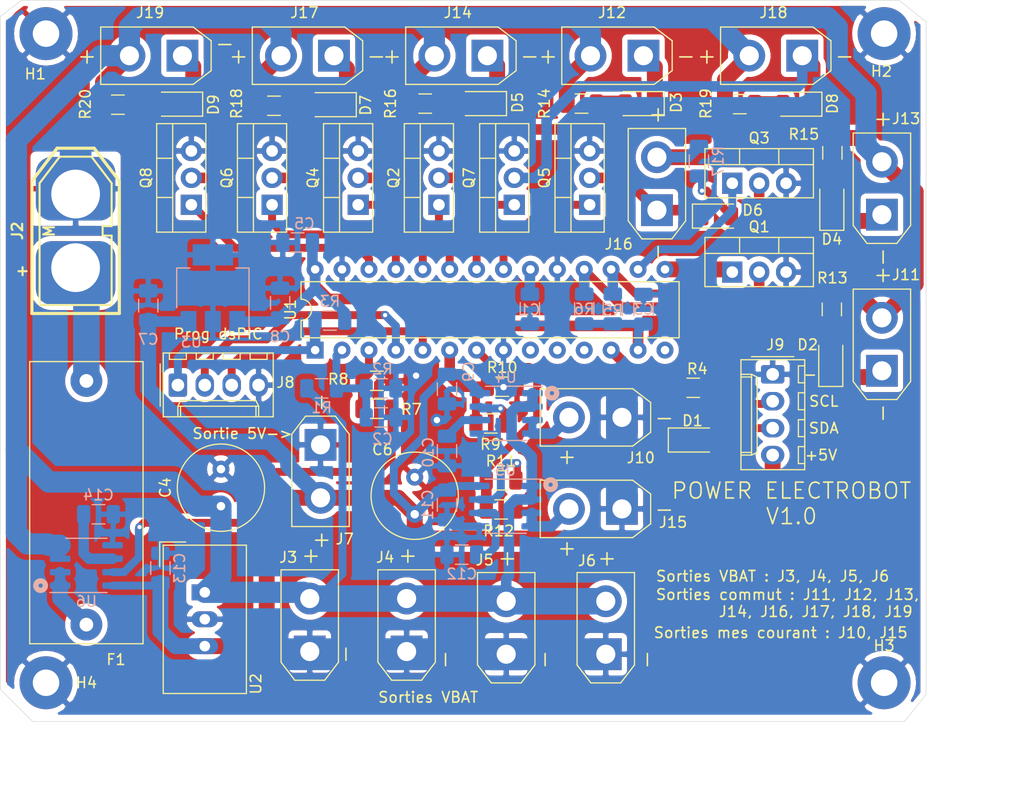
<source format=kicad_pcb>
(kicad_pcb (version 20171130) (host pcbnew 5.1.2-f72e74a~84~ubuntu18.04.1)
  (layers (0 F.Cu signal) (31 B.Cu signal) (34 B.Paste user) (35 F.Paste user) (36 B.SilkS user) (37 F.SilkS user) (38 B.Mask user) (39 F.Mask user) (44 Edge.Cuts user))
  (net 0 "")
  (net 1 "Net-(C1-Pad1)")
  (net 2 GND)
  (net 3 /VBAT_f)
  (net 4 /3.3V_dsPIC)
  (net 5 /VBAT)
  (net 6 +5V)
  (net 7 "Net-(C10-Pad2)")
  (net 8 "Net-(C12-Pad2)")
  (net 9 "Net-(C14-Pad2)")
  (net 10 "Net-(D1-Pad2)")
  (net 11 /VBAT_NP)
  (net 12 /VBAT_P)
  (net 13 /dsPIC_PGEC1)
  (net 14 /dsPIC_PGED1)
  (net 15 /dsPIC_MCLR)
  (net 16 /I2C_SCL1)
  (net 17 /I2C_SDA1)
  (net 18 /OUT_MEAS_1)
  (net 19 /OUT_MEAS_2)
  (net 20 /dsPIC_Stor1)
  (net 21 /dsPIC_Stor5)
  (net 22 /dsPIC_Stor2)
  (net 23 /dsPIC_Stor6)
  (net 24 /dsPIC_Stor3)
  (net 25 /dsPIC_Stor7)
  (net 26 /dsPIC_Stor4)
  (net 27 /dsPIC_Stor8)
  (net 28 "Net-(R4-Pad2)")
  (net 29 /MEAS_CURR_VBAT)
  (net 30 /MEAS_CURR_1)
  (net 31 /MEAS_CURR_2)
  (net 32 "Net-(U1-Pad9)")
  (net 33 "Net-(U1-Pad10)")
  (net 34 "Net-(U1-Pad11)")
  (net 35 "Net-(U1-Pad14)")
  (net 36 "Net-(D2-Pad2)")
  (net 37 "Net-(D2-Pad1)")
  (net 38 "Net-(D3-Pad1)")
  (net 39 "Net-(D3-Pad2)")
  (net 40 "Net-(D4-Pad1)")
  (net 41 "Net-(D4-Pad2)")
  (net 42 "Net-(D5-Pad1)")
  (net 43 "Net-(D5-Pad2)")
  (net 44 "Net-(D6-Pad2)")
  (net 45 "Net-(D6-Pad1)")
  (net 46 "Net-(D7-Pad2)")
  (net 47 "Net-(D7-Pad1)")
  (net 48 "Net-(D8-Pad1)")
  (net 49 "Net-(D8-Pad2)")
  (net 50 "Net-(D9-Pad2)")
  (net 51 "Net-(D9-Pad1)")
  (net 52 "Net-(R7-Pad2)")
  (net 53 "Net-(R9-Pad2)")
  (net 54 "Net-(R11-Pad2)")
  (module XT60:XT60UPB-M (layer F.Cu) (at 75.692 77.643 90)
    (fp_text reference J2 (at 0 -5.5 90) (layer F.SilkS) (effects (font (thickness 0.2))))
    (fp_text value Conn_XT60M hide)
    (fp_text user M (at 0 -2.5 90) (layer F.SilkS) (effects (font (thickness 0.2))))
    (fp_text user + (at -3.81 -5.08 90) (layer F.SilkS) (effects (font (thickness 0.2))))
    (pad 1 thru_hole roundrect (at 3.475 0 90) (size 6 7.5) (drill 4.6 (offset 0.5 0)) (layers *.Cu *.Mask) (net 2 GND))
    (pad 2 thru_hole roundrect (at -3.475 0 90) (size 6 7.5) (drill 4.6 (offset -0.5 0)) (layers *.Cu *.Mask) (net 11 /VBAT_NP))
  )
  (module MountingHole:MountingHole_2.5mm_Pad (layer F.Cu) (at 152 59.0296)
    (fp_text reference H2 (at -0.254 3.556) (layer F.SilkS))
    (fp_text value MountingHole_Pad)
    (pad 1 thru_hole circle (at 0 0) (size 5 5) (drill 2.5) (layers *.Cu *.Mask) (net 2 GND))
  )
  (module Capacitor_SMD:C_1206_3216Metric (layer B.Cu) (at 118.5672 85.0168 270)
    (fp_text reference C1 (at 0.0732 0 180) (layer B.SilkS) (effects (justify mirror)))
    (fp_text value 10u)
    (pad 1 smd roundrect (at -1.4 0 270) (size 1.25 1.75) (layers B.Cu B.Paste B.Mask) (roundrect_rratio 0.2) (net 1 "Net-(C1-Pad1)"))
    (pad 2 smd roundrect (at 1.4 0 270) (size 1.25 1.75) (layers B.Cu B.Paste B.Mask) (roundrect_rratio 0.2) (net 2 GND))
  )
  (module Capacitor_SMD:C_1206_3216Metric (layer B.Cu) (at 104.524 95.25)
    (fp_text reference C2 (at 0.124 2.032 180) (layer B.SilkS) (effects (justify mirror)))
    (fp_text value 100n)
    (pad 2 smd roundrect (at 1.4 0) (size 1.25 1.75) (layers B.Cu B.Paste B.Mask) (roundrect_rratio 0.2) (net 2 GND))
    (pad 1 smd roundrect (at -1.4 0) (size 1.25 1.75) (layers B.Cu B.Paste B.Mask) (roundrect_rratio 0.2) (net 3 /VBAT_f))
  )
  (module Capacitor_SMD:C_1206_3216Metric (layer B.Cu) (at 129.286 85.0392 90)
    (fp_text reference C3 (at 0 0 180) (layer B.SilkS) (effects (justify mirror)))
    (fp_text value 100n)
    (pad 1 smd roundrect (at -1.4 0 90) (size 1.25 1.75) (layers B.Cu B.Paste B.Mask) (roundrect_rratio 0.2) (net 4 /3.3V_dsPIC))
    (pad 2 smd roundrect (at 1.4 0 90) (size 1.25 1.75) (layers B.Cu B.Paste B.Mask) (roundrect_rratio 0.2) (net 2 GND))
  )
  (module Capacitor_THT:C_Radial_D8.0mm_H11.5mm_P3.50mm (layer F.Cu) (at 89.408 103.632 90)
    (fp_text reference C4 (at 1.75 -5.25 90) (layer F.SilkS))
    (fp_text value 220u)
    (pad 1 thru_hole circle (at 0 0 90) (size 1.6 1.6) (drill 0.8) (layers *.Cu *.Mask) (net 5 /VBAT))
    (pad 2 thru_hole circle (at 3.5 0 90) (size 1.6 1.6) (drill 0.8) (layers *.Cu *.Mask) (net 2 GND))
  )
  (module Capacitor_SMD:C_1206_3216Metric (layer B.Cu) (at 96.644 78.74)
    (fp_text reference C5 (at 0.638 -1.778) (layer B.SilkS) (effects (justify mirror)))
    (fp_text value 100n)
    (pad 2 smd roundrect (at 1.4 0) (size 1.25 1.75) (layers B.Cu B.Paste B.Mask) (roundrect_rratio 0.2) (net 4 /3.3V_dsPIC))
    (pad 1 smd roundrect (at -1.4 0) (size 1.25 1.75) (layers B.Cu B.Paste B.Mask) (roundrect_rratio 0.2) (net 2 GND))
  )
  (module Capacitor_THT:C_Radial_D8.0mm_H11.5mm_P3.50mm (layer F.Cu) (at 107.696 104.394 90)
    (fp_text reference C6 (at 6.096 -3.048 180) (layer F.SilkS))
    (fp_text value 220u)
    (pad 2 thru_hole circle (at 3.5 0 90) (size 1.6 1.6) (drill 0.8) (layers *.Cu *.Mask) (net 2 GND))
    (pad 1 thru_hole circle (at 0 0 90) (size 1.6 1.6) (drill 0.8) (layers *.Cu *.Mask) (net 6 +5V))
  )
  (module Capacitor_SMD:C_1206_3216Metric (layer B.Cu) (at 82.55 84.706 90)
    (fp_text reference C7 (at -3.178 0 180) (layer B.SilkS) (effects (justify mirror)))
    (fp_text value 1u)
    (pad 1 smd roundrect (at -1.4 0 90) (size 1.25 1.75) (layers B.Cu B.Paste B.Mask) (roundrect_rratio 0.2) (net 6 +5V))
    (pad 2 smd roundrect (at 1.4 0 90) (size 1.25 1.75) (layers B.Cu B.Paste B.Mask) (roundrect_rratio 0.2) (net 2 GND))
  )
  (module Capacitor_SMD:C_1206_3216Metric (layer B.Cu) (at 94.996 84.452 90)
    (fp_text reference C8 (at -3.178 0 180) (layer B.SilkS) (effects (justify mirror)))
    (fp_text value 47u)
    (pad 2 smd roundrect (at 1.4 0 90) (size 1.25 1.75) (layers B.Cu B.Paste B.Mask) (roundrect_rratio 0.2) (net 2 GND))
    (pad 1 smd roundrect (at -1.4 0 90) (size 1.25 1.75) (layers B.Cu B.Paste B.Mask) (roundrect_rratio 0.2) (net 4 /3.3V_dsPIC))
  )
  (module Capacitor_SMD:C_1206_3216Metric (layer B.Cu) (at 110.744 92.58 270)
    (fp_text reference C9 (at -1.648 -2.032 270) (layer B.SilkS) (effects (justify mirror)))
    (fp_text value 100n)
    (pad 2 smd roundrect (at 1.4 0 270) (size 1.25 1.75) (layers B.Cu B.Paste B.Mask) (roundrect_rratio 0.2) (net 2 GND))
    (pad 1 smd roundrect (at -1.4 0 270) (size 1.25 1.75) (layers B.Cu B.Paste B.Mask) (roundrect_rratio 0.2) (net 6 +5V))
  )
  (module Capacitor_SMD:C_1206_3216Metric (layer B.Cu) (at 110.744 98.422 90)
    (fp_text reference C10 (at -0.13 -1.778 270) (layer B.SilkS) (effects (justify mirror)))
    (fp_text value 1n)
    (pad 1 smd roundrect (at -1.4 0 90) (size 1.25 1.75) (layers B.Cu B.Paste B.Mask) (roundrect_rratio 0.2) (net 2 GND))
    (pad 2 smd roundrect (at 1.4 0 90) (size 1.25 1.75) (layers B.Cu B.Paste B.Mask) (roundrect_rratio 0.2) (net 7 "Net-(C10-Pad2)"))
  )
  (module Capacitor_SMD:C_1206_3216Metric (layer B.Cu) (at 110.744 103.508 270)
    (fp_text reference C11 (at 0 1.82 90) (layer B.SilkS) (effects (justify mirror)))
    (fp_text value 100n)
    (pad 2 smd roundrect (at 1.4 0 270) (size 1.25 1.75) (layers B.Cu B.Paste B.Mask) (roundrect_rratio 0.2) (net 2 GND))
    (pad 1 smd roundrect (at -1.4 0 270) (size 1.25 1.75) (layers B.Cu B.Paste B.Mask) (roundrect_rratio 0.2) (net 6 +5V))
  )
  (module Capacitor_SMD:C_1206_3216Metric (layer B.Cu) (at 112.138 108.204)
    (fp_text reference C12 (at 0 1.82) (layer B.SilkS) (effects (justify mirror)))
    (fp_text value 1n)
    (pad 1 smd roundrect (at -1.4 0) (size 1.25 1.75) (layers B.Cu B.Paste B.Mask) (roundrect_rratio 0.2) (net 2 GND))
    (pad 2 smd roundrect (at 1.4 0) (size 1.25 1.75) (layers B.Cu B.Paste B.Mask) (roundrect_rratio 0.2) (net 8 "Net-(C12-Pad2)"))
  )
  (module Capacitor_SMD:C_1206_3216Metric (layer B.Cu) (at 83.693 109.474 90)
    (fp_text reference C13 (at 0 1.82 90) (layer B.SilkS) (effects (justify mirror)))
    (fp_text value 100n)
    (pad 2 smd roundrect (at 1.4 0 90) (size 1.25 1.75) (layers B.Cu B.Paste B.Mask) (roundrect_rratio 0.2) (net 2 GND))
    (pad 1 smd roundrect (at -1.4 0 90) (size 1.25 1.75) (layers B.Cu B.Paste B.Mask) (roundrect_rratio 0.2) (net 6 +5V))
  )
  (module Capacitor_SMD:C_1206_3216Metric (layer B.Cu) (at 77.848 104.394 180)
    (fp_text reference C14 (at 0 1.82) (layer B.SilkS) (effects (justify mirror)))
    (fp_text value 1n)
    (pad 1 smd roundrect (at -1.4 0 180) (size 1.25 1.75) (layers B.Cu B.Paste B.Mask) (roundrect_rratio 0.2) (net 2 GND))
    (pad 2 smd roundrect (at 1.4 0 180) (size 1.25 1.75) (layers B.Cu B.Paste B.Mask) (roundrect_rratio 0.2) (net 9 "Net-(C14-Pad2)"))
  )
  (module LED_SMD:LED_1206_3216Metric (layer F.Cu) (at 133.917001 97.385001)
    (fp_text reference D1 (at 0 -1.82) (layer F.SilkS))
    (fp_text value LED)
    (pad 1 smd roundrect (at -1.4 0) (size 1.25 1.75) (layers F.Cu F.Paste F.Mask) (roundrect_rratio 0.2) (net 2 GND))
    (pad 2 smd roundrect (at 1.4 0) (size 1.25 1.75) (layers F.Cu F.Paste F.Mask) (roundrect_rratio 0.2) (net 10 "Net-(D1-Pad2)"))
  )
  (module Fuse:Fuseholder_Schurter-5x20mm (layer F.Cu) (at 76.708 114.808 90)
    (fp_text reference F1 (at -3.302 2.794 180) (layer F.SilkS))
    (fp_text value Fuse)
    (pad 2 thru_hole circle (at 23 0 90) (size 3 3) (drill 1.3) (layers *.Cu *.Mask) (net 11 /VBAT_NP))
    (pad 1 thru_hole circle (at 0 0 90) (size 3 3) (drill 1.3) (layers *.Cu *.Mask) (net 12 /VBAT_P))
  )
  (module MountingHole:MountingHole_2.5mm_Pad (layer F.Cu) (at 72.898 59.0296)
    (fp_text reference H1 (at -1.016 3.81) (layer F.SilkS))
    (fp_text value MountingHole_Pad)
    (pad 1 thru_hole circle (at 0 0) (size 5 5) (drill 2.5) (layers *.Cu *.Mask) (net 2 GND))
  )
  (module MountingHole:MountingHole_2.5mm_Pad (layer F.Cu) (at 152 120.2944)
    (fp_text reference H3 (at 0 -3.5) (layer F.SilkS))
    (fp_text value MountingHole_Pad)
    (pad 1 thru_hole circle (at 0 0) (size 5 5) (drill 2.5) (layers *.Cu *.Mask) (net 2 GND))
  )
  (module MountingHole:MountingHole_2.5mm_Pad (layer F.Cu) (at 72.898 120.2944)
    (fp_text reference H4 (at 3.81 0) (layer F.SilkS))
    (fp_text value MountingHole_Pad)
    (pad 1 thru_hole circle (at 0 0) (size 5 5) (drill 2.5) (layers *.Cu *.Mask) (net 2 GND))
  )
  (module XT30:AMASS_XT30UPB-F_1x02_P5.0mm_Vertical (layer F.Cu) (at 97.79 117.348 90)
    (fp_text reference J3 (at 8.89 -2.032 180) (layer F.SilkS))
    (fp_text value Conn_XT30F)
    (fp_text user - (at -0.254 3.302 90) (layer F.SilkS) (effects (font (size 1.5 1.5))))
    (fp_text user + (at 9 0 90) (layer F.SilkS) (effects (font (size 1.5 1.5))))
    (pad 2 thru_hole circle (at 5 0 90) (size 3 3) (drill 1.8) (layers *.Cu *.Mask) (net 5 /VBAT))
    (pad 1 thru_hole rect (at 0 0 90) (size 3 3) (drill 1.8) (layers *.Cu *.Mask) (net 2 GND))
  )
  (module XT30:AMASS_XT30UPB-F_1x02_P5.0mm_Vertical (layer F.Cu) (at 106.934 117.348 90)
    (fp_text reference J4 (at 8.89 -2.032 180) (layer F.SilkS))
    (fp_text value Conn_XT30F)
    (fp_text user + (at 9 0 90) (layer F.SilkS) (effects (font (size 1.5 1.5))))
    (fp_text user - (at -0.762 3.556 90) (layer F.SilkS) (effects (font (size 1.5 1.5))))
    (pad 1 thru_hole rect (at 0 0 90) (size 3 3) (drill 1.8) (layers *.Cu *.Mask) (net 2 GND))
    (pad 2 thru_hole circle (at 5 0 90) (size 3 3) (drill 1.8) (layers *.Cu *.Mask) (net 5 /VBAT))
  )
  (module XT30:AMASS_XT30UPB-F_1x02_P5.0mm_Vertical (layer F.Cu) (at 116.332 117.602 90)
    (fp_text reference J5 (at 8.89 -2.032 180) (layer F.SilkS))
    (fp_text value Conn_XT30F)
    (fp_text user + (at 9 0 90) (layer F.SilkS) (effects (font (size 1.5 1.5))))
    (fp_text user - (at -0.508 3.556 90) (layer F.SilkS) (effects (font (size 1.5 1.5))))
    (pad 1 thru_hole rect (at 0 0 90) (size 3 3) (drill 1.8) (layers *.Cu *.Mask) (net 2 GND))
    (pad 2 thru_hole circle (at 5 0 90) (size 3 3) (drill 1.8) (layers *.Cu *.Mask) (net 5 /VBAT))
  )
  (module XT30:AMASS_XT30UPB-F_1x02_P5.0mm_Vertical (layer F.Cu) (at 125.73 117.602 90)
    (fp_text reference J6 (at 8.833001 -1.778 180) (layer F.SilkS))
    (fp_text value Conn_XT30F)
    (fp_text user - (at -0.508 3.81 90) (layer F.SilkS) (effects (font (size 1.5 1.5))))
    (fp_text user + (at 9 0 90) (layer F.SilkS) (effects (font (size 1.5 1.5))))
    (pad 2 thru_hole circle (at 5 0 90) (size 3 3) (drill 1.8) (layers *.Cu *.Mask) (net 5 /VBAT))
    (pad 1 thru_hole rect (at 0 0 90) (size 3 3) (drill 1.8) (layers *.Cu *.Mask) (net 2 GND))
  )
  (module XT30:AMASS_XT30UPB-F_1x02_P5.0mm_Vertical (layer F.Cu) (at 98.806 97.8408 270)
    (fp_text reference J7 (at 8.89 -2.286 180) (layer F.SilkS))
    (fp_text value Conn_XT30F)
    (fp_text user + (at 9 0 90) (layer F.SilkS) (effects (font (size 1.5 1.5))))
    (fp_text user - (at -4 0 90) (layer F.SilkS) (effects (font (size 1.5 1.5))))
    (pad 1 thru_hole rect (at 0 0 270) (size 3 3) (drill 1.8) (layers *.Cu *.Mask) (net 2 GND))
    (pad 2 thru_hole circle (at 5 0 270) (size 3 3) (drill 1.8) (layers *.Cu *.Mask) (net 6 +5V))
  )
  (module Connector_Molex:Molex_KK-254_AE-6410-04A_1x04_P2.54mm_Vertical (layer F.Cu) (at 85.344 92.202)
    (fp_text reference J8 (at 10.16 -0.254) (layer F.SilkS))
    (fp_text value Conn_01x04)
    (pad 4 thru_hole oval (at 7.62 0) (size 1.74 2.2) (drill 1.2) (layers *.Cu *.Mask) (net 2 GND))
    (pad 3 thru_hole oval (at 5.08 0) (size 1.74 2.2) (drill 1.2) (layers *.Cu *.Mask) (net 13 /dsPIC_PGEC1))
    (pad 2 thru_hole oval (at 2.54 0) (size 1.74 2.2) (drill 1.2) (layers *.Cu *.Mask) (net 14 /dsPIC_PGED1))
    (pad 1 thru_hole roundrect (at 0 0) (size 1.74 2.2) (drill 1.2) (layers *.Cu *.Mask) (roundrect_rratio 0.143678) (net 15 /dsPIC_MCLR))
  )
  (module Connector_Molex:Molex_KK-254_AE-6410-04A_1x04_P2.54mm_Vertical (layer F.Cu) (at 141.478 91.186 270)
    (fp_text reference J9 (at -2.794 -0.254 180) (layer F.SilkS))
    (fp_text value Conn_01x04)
    (pad 1 thru_hole roundrect (at 0 0 270) (size 1.74 2.2) (drill 1.2) (layers *.Cu *.Mask) (roundrect_rratio 0.143678) (net 2 GND))
    (pad 2 thru_hole oval (at 2.54 0 270) (size 1.74 2.2) (drill 1.2) (layers *.Cu *.Mask) (net 16 /I2C_SCL1))
    (pad 3 thru_hole oval (at 5.08 0 270) (size 1.74 2.2) (drill 1.2) (layers *.Cu *.Mask) (net 17 /I2C_SDA1))
    (pad 4 thru_hole oval (at 7.62 0 270) (size 1.74 2.2) (drill 1.2) (layers *.Cu *.Mask) (net 6 +5V))
  )
  (module XT30:AMASS_XT30UPB-F_1x02_P5.0mm_Vertical (layer F.Cu) (at 127.254 95.25 180)
    (fp_text reference J10 (at -1.778 -3.81) (layer F.SilkS))
    (fp_text value Conn_XT30F)
    (fp_text user - (at -4 0) (layer F.SilkS) (effects (font (size 1.5 1.5))))
    (fp_text user + (at 5.1816 -3.6576) (layer F.SilkS) (effects (font (size 1.5 1.5))))
    (pad 2 thru_hole circle (at 5 0 180) (size 3 3) (drill 1.8) (layers *.Cu *.Mask) (net 18 /OUT_MEAS_1))
    (pad 1 thru_hole rect (at 0 0 180) (size 3 3) (drill 1.8) (layers *.Cu *.Mask) (net 2 GND))
  )
  (module XT30:AMASS_XT30UPB-F_1x02_P5.0mm_Vertical (layer F.Cu) (at 151.7904 90.852 90)
    (fp_text reference J11 (at 9.064 2.286) (layer F.SilkS))
    (fp_text value Conn_XT30F)
    (fp_text user + (at 9 0 90) (layer F.SilkS) (effects (font (size 1.5 1.5))))
    (fp_text user - (at -4 0 90) (layer F.SilkS) (effects (font (size 1.5 1.5))))
    (pad 1 thru_hole rect (at 0 0 90) (size 3 3) (drill 1.8) (layers *.Cu *.Mask) (net 37 "Net-(D2-Pad1)"))
    (pad 2 thru_hole circle (at 5 0 90) (size 3 3) (drill 1.8) (layers *.Cu *.Mask) (net 5 /VBAT))
  )
  (module XT30:AMASS_XT30UPB-F_1x02_P5.0mm_Vertical (layer F.Cu) (at 129.286 61.1124 180)
    (fp_text reference J12 (at 2.968 4.064) (layer F.SilkS))
    (fp_text value Conn_XT30F)
    (fp_text user - (at -4 0) (layer F.SilkS) (effects (font (size 1.5 1.5))))
    (fp_text user + (at 9 0) (layer F.SilkS) (effects (font (size 1.5 1.5))))
    (pad 2 thru_hole circle (at 5 0 180) (size 3 3) (drill 1.8) (layers *.Cu *.Mask) (net 5 /VBAT))
    (pad 1 thru_hole rect (at 0 0 180) (size 3 3) (drill 1.8) (layers *.Cu *.Mask) (net 38 "Net-(D3-Pad1)"))
  )
  (module XT30:AMASS_XT30UPB-F_1x02_P5.0mm_Vertical (layer F.Cu) (at 151.7904 76.12 90)
    (fp_text reference J13 (at 9.064 2.286 180) (layer F.SilkS))
    (fp_text value Conn_XT30F)
    (fp_text user - (at -4 0 90) (layer F.SilkS) (effects (font (size 1.5 1.5))))
    (fp_text user + (at 9 0 90) (layer F.SilkS) (effects (font (size 1.5 1.5))))
    (pad 2 thru_hole circle (at 5 0 90) (size 3 3) (drill 1.8) (layers *.Cu *.Mask) (net 5 /VBAT))
    (pad 1 thru_hole rect (at 0 0 90) (size 3 3) (drill 1.8) (layers *.Cu *.Mask) (net 40 "Net-(D4-Pad1)"))
  )
  (module XT30:AMASS_XT30UPB-F_1x02_P5.0mm_Vertical (layer F.Cu) (at 114.554 61.1124 180)
    (fp_text reference J14 (at 2.794 4.064) (layer F.SilkS))
    (fp_text value Conn_XT30F)
    (fp_text user - (at -4 0) (layer F.SilkS) (effects (font (size 1.5 1.5))))
    (fp_text user + (at 9 0) (layer F.SilkS) (effects (font (size 1.5 1.5))))
    (pad 2 thru_hole circle (at 5 0 180) (size 3 3) (drill 1.8) (layers *.Cu *.Mask) (net 5 /VBAT))
    (pad 1 thru_hole rect (at 0 0 180) (size 3 3) (drill 1.8) (layers *.Cu *.Mask) (net 42 "Net-(D5-Pad1)"))
  )
  (module XT30:AMASS_XT30UPB-F_1x02_P5.0mm_Vertical (layer F.Cu) (at 127.254 103.886 180)
    (fp_text reference J15 (at -4.826 -1.27) (layer F.SilkS))
    (fp_text value Conn_XT30F)
    (fp_text user + (at 5.1816 -3.6576) (layer F.SilkS) (effects (font (size 1.5 1.5))))
    (fp_text user - (at -4 0) (layer F.SilkS) (effects (font (size 1.5 1.5))))
    (pad 1 thru_hole rect (at 0 0 180) (size 3 3) (drill 1.8) (layers *.Cu *.Mask) (net 2 GND))
    (pad 2 thru_hole circle (at 5 0 180) (size 3 3) (drill 1.8) (layers *.Cu *.Mask) (net 19 /OUT_MEAS_2))
  )
  (module XT30:AMASS_XT30UPB-F_1x02_P5.0mm_Vertical (layer F.Cu) (at 130.556 75.692 90)
    (fp_text reference J16 (at -3.2004 -3.6068) (layer F.SilkS))
    (fp_text value Conn_XT30F)
    (fp_text user + (at 9 0 90) (layer F.SilkS) (effects (font (size 1.5 1.5))))
    (fp_text user - (at -4 0 90) (layer F.SilkS) (effects (font (size 1.5 1.5))))
    (pad 1 thru_hole rect (at 0 0 90) (size 3 3) (drill 1.8) (layers *.Cu *.Mask) (net 45 "Net-(D6-Pad1)"))
    (pad 2 thru_hole circle (at 5 0 90) (size 3 3) (drill 1.8) (layers *.Cu *.Mask) (net 5 /VBAT))
  )
  (module XT30:AMASS_XT30UPB-F_1x02_P5.0mm_Vertical (layer F.Cu) (at 100.076 61.1124 180)
    (fp_text reference J17 (at 2.794 4.064) (layer F.SilkS))
    (fp_text value Conn_XT30F)
    (fp_text user - (at -4 0) (layer F.SilkS) (effects (font (size 1.5 1.5))))
    (fp_text user + (at 9 0) (layer F.SilkS) (effects (font (size 1.5 1.5))))
    (pad 2 thru_hole circle (at 5 0 180) (size 3 3) (drill 1.8) (layers *.Cu *.Mask) (net 5 /VBAT))
    (pad 1 thru_hole rect (at 0 0 180) (size 3 3) (drill 1.8) (layers *.Cu *.Mask) (net 47 "Net-(D7-Pad1)"))
  )
  (module XT30:AMASS_XT30UPB-F_1x02_P5.0mm_Vertical (layer F.Cu) (at 144.272 61.1124 180)
    (fp_text reference J18 (at 2.714 4.064) (layer F.SilkS))
    (fp_text value Conn_XT30F)
    (fp_text user + (at 9 0) (layer F.SilkS) (effects (font (size 1.5 1.5))))
    (fp_text user - (at -4 0) (layer F.SilkS) (effects (font (size 1.5 1.5))))
    (pad 1 thru_hole rect (at 0 0 180) (size 3 3) (drill 1.8) (layers *.Cu *.Mask) (net 48 "Net-(D8-Pad1)"))
    (pad 2 thru_hole circle (at 5 0 180) (size 3 3) (drill 1.8) (layers *.Cu *.Mask) (net 5 /VBAT))
  )
  (module XT30:AMASS_XT30UPB-F_1x02_P5.0mm_Vertical (layer F.Cu) (at 85.772 61.1124 180)
    (fp_text reference J19 (at 3.048 4.064) (layer F.SilkS))
    (fp_text value Conn_XT30F)
    (fp_text user - (at -4 1.1684) (layer F.SilkS) (effects (font (size 1.5 1.5))))
    (fp_text user + (at 9 0) (layer F.SilkS) (effects (font (size 1.5 1.5))))
    (pad 2 thru_hole circle (at 5 0 180) (size 3 3) (drill 1.8) (layers *.Cu *.Mask) (net 5 /VBAT))
    (pad 1 thru_hole rect (at 0 0 180) (size 3 3) (drill 1.8) (layers *.Cu *.Mask) (net 51 "Net-(D9-Pad1)"))
  )
  (module Package_TO_SOT_THT:TO-220-3_Vertical (layer F.Cu) (at 137.668 81.534)
    (fp_text reference Q1 (at 2.54 -4.27) (layer F.SilkS))
    (fp_text value BTS117)
    (pad 3 thru_hole oval (at 5.08 0) (size 1.905 2) (drill 1.1) (layers *.Cu *.Mask) (net 2 GND))
    (pad 2 thru_hole oval (at 2.54 0) (size 1.905 2) (drill 1.1) (layers *.Cu *.Mask) (net 37 "Net-(D2-Pad1)"))
    (pad 1 thru_hole rect (at 0 0) (size 1.905 2) (drill 1.1) (layers *.Cu *.Mask) (net 20 /dsPIC_Stor1))
  )
  (module Package_TO_SOT_THT:TO-220-3_Vertical (layer F.Cu) (at 109.982 75.184 90)
    (fp_text reference Q2 (at 2.54 -4.27 90) (layer F.SilkS))
    (fp_text value BTS117)
    (pad 3 thru_hole oval (at 5.08 0 90) (size 1.905 2) (drill 1.1) (layers *.Cu *.Mask) (net 2 GND))
    (pad 2 thru_hole oval (at 2.54 0 90) (size 1.905 2) (drill 1.1) (layers *.Cu *.Mask) (net 38 "Net-(D3-Pad1)"))
    (pad 1 thru_hole rect (at 0 0 90) (size 1.905 2) (drill 1.1) (layers *.Cu *.Mask) (net 21 /dsPIC_Stor5))
  )
  (module Package_TO_SOT_THT:TO-220-3_Vertical (layer F.Cu) (at 137.668 73.152)
    (fp_text reference Q3 (at 2.54 -4.27) (layer F.SilkS))
    (fp_text value BTS117)
    (pad 1 thru_hole rect (at 0 0) (size 1.905 2) (drill 1.1) (layers *.Cu *.Mask) (net 22 /dsPIC_Stor2))
    (pad 2 thru_hole oval (at 2.54 0) (size 1.905 2) (drill 1.1) (layers *.Cu *.Mask) (net 40 "Net-(D4-Pad1)"))
    (pad 3 thru_hole oval (at 5.08 0) (size 1.905 2) (drill 1.1) (layers *.Cu *.Mask) (net 2 GND))
  )
  (module Package_TO_SOT_THT:TO-220-3_Vertical (layer F.Cu) (at 102.362 75.184 90)
    (fp_text reference Q4 (at 2.54 -4.27 90) (layer F.SilkS))
    (fp_text value BTS117)
    (pad 1 thru_hole rect (at 0 0 90) (size 1.905 2) (drill 1.1) (layers *.Cu *.Mask) (net 23 /dsPIC_Stor6))
    (pad 2 thru_hole oval (at 2.54 0 90) (size 1.905 2) (drill 1.1) (layers *.Cu *.Mask) (net 42 "Net-(D5-Pad1)"))
    (pad 3 thru_hole oval (at 5.08 0 90) (size 1.905 2) (drill 1.1) (layers *.Cu *.Mask) (net 2 GND))
  )
  (module Package_TO_SOT_THT:TO-220-3_Vertical (layer F.Cu) (at 124.206 75.184 90)
    (fp_text reference Q5 (at 2.54 -4.27 90) (layer F.SilkS))
    (fp_text value BTS117)
    (pad 1 thru_hole rect (at 0 0 90) (size 1.905 2) (drill 1.1) (layers *.Cu *.Mask) (net 24 /dsPIC_Stor3))
    (pad 2 thru_hole oval (at 2.54 0 90) (size 1.905 2) (drill 1.1) (layers *.Cu *.Mask) (net 45 "Net-(D6-Pad1)"))
    (pad 3 thru_hole oval (at 5.08 0 90) (size 1.905 2) (drill 1.1) (layers *.Cu *.Mask) (net 2 GND))
  )
  (module Package_TO_SOT_THT:TO-220-3_Vertical (layer F.Cu) (at 94.234 75.184 90)
    (fp_text reference Q6 (at 2.54 -4.27 90) (layer F.SilkS))
    (fp_text value BTS117)
    (pad 3 thru_hole oval (at 5.08 0 90) (size 1.905 2) (drill 1.1) (layers *.Cu *.Mask) (net 2 GND))
    (pad 2 thru_hole oval (at 2.54 0 90) (size 1.905 2) (drill 1.1) (layers *.Cu *.Mask) (net 47 "Net-(D7-Pad1)"))
    (pad 1 thru_hole rect (at 0 0 90) (size 1.905 2) (drill 1.1) (layers *.Cu *.Mask) (net 25 /dsPIC_Stor7))
  )
  (module Package_TO_SOT_THT:TO-220-3_Vertical (layer F.Cu) (at 117.094 75.184 90)
    (fp_text reference Q7 (at 2.54 -4.27 90) (layer F.SilkS))
    (fp_text value BTS117)
    (pad 1 thru_hole rect (at 0 0 90) (size 1.905 2) (drill 1.1) (layers *.Cu *.Mask) (net 26 /dsPIC_Stor4))
    (pad 2 thru_hole oval (at 2.54 0 90) (size 1.905 2) (drill 1.1) (layers *.Cu *.Mask) (net 48 "Net-(D8-Pad1)"))
    (pad 3 thru_hole oval (at 5.08 0 90) (size 1.905 2) (drill 1.1) (layers *.Cu *.Mask) (net 2 GND))
  )
  (module Package_TO_SOT_THT:TO-220-3_Vertical (layer F.Cu) (at 86.614 75.184 90)
    (fp_text reference Q8 (at 2.54 -4.27 90) (layer F.SilkS))
    (fp_text value BTS117)
    (pad 3 thru_hole oval (at 5.08 0 90) (size 1.905 2) (drill 1.1) (layers *.Cu *.Mask) (net 2 GND))
    (pad 2 thru_hole oval (at 2.54 0 90) (size 1.905 2) (drill 1.1) (layers *.Cu *.Mask) (net 51 "Net-(D9-Pad1)"))
    (pad 1 thru_hole rect (at 0 0 90) (size 1.905 2) (drill 1.1) (layers *.Cu *.Mask) (net 27 /dsPIC_Stor8))
  )
  (module Resistor_SMD:R_1206_3216Metric (layer B.Cu) (at 98.909001 92.509001)
    (fp_text reference R1 (at 0 1.82) (layer B.SilkS) (effects (justify mirror)))
    (fp_text value 91k)
    (pad 1 smd roundrect (at -1.4 0) (size 1.25 1.75) (layers B.Cu B.Paste B.Mask) (roundrect_rratio 0.2) (net 5 /VBAT))
    (pad 2 smd roundrect (at 1.4 0) (size 1.25 1.75) (layers B.Cu B.Paste B.Mask) (roundrect_rratio 0.2) (net 3 /VBAT_f))
  )
  (module Resistor_SMD:R_1206_3216Metric (layer B.Cu) (at 104.519001 92.509001)
    (fp_text reference R2 (at 0.128999 -1.831001) (layer B.SilkS) (effects (justify mirror)))
    (fp_text value 18k)
    (pad 1 smd roundrect (at -1.4 0) (size 1.25 1.75) (layers B.Cu B.Paste B.Mask) (roundrect_rratio 0.2) (net 3 /VBAT_f))
    (pad 2 smd roundrect (at 1.4 0) (size 1.25 1.75) (layers B.Cu B.Paste B.Mask) (roundrect_rratio 0.2) (net 2 GND))
  )
  (module Resistor_SMD:R_1206_3216Metric (layer B.Cu) (at 99.692 86.106 180)
    (fp_text reference R3 (at 0 1.82) (layer B.SilkS) (effects (justify mirror)))
    (fp_text value 10k)
    (pad 1 smd roundrect (at -1.4 0 180) (size 1.25 1.75) (layers B.Cu B.Paste B.Mask) (roundrect_rratio 0.2) (net 4 /3.3V_dsPIC))
    (pad 2 smd roundrect (at 1.4 0 180) (size 1.25 1.75) (layers B.Cu B.Paste B.Mask) (roundrect_rratio 0.2) (net 15 /dsPIC_MCLR))
  )
  (module Resistor_SMD:R_1206_3216Metric (layer F.Cu) (at 133.988 92.456 180)
    (fp_text reference R4 (at -0.378 1.778) (layer F.SilkS))
    (fp_text value 470)
    (pad 2 smd roundrect (at 1.4 0 180) (size 1.25 1.75) (layers F.Cu F.Paste F.Mask) (roundrect_rratio 0.2) (net 28 "Net-(R4-Pad2)"))
    (pad 1 smd roundrect (at -1.4 0 180) (size 1.25 1.75) (layers F.Cu F.Paste F.Mask) (roundrect_rratio 0.2) (net 10 "Net-(D1-Pad2)"))
  )
  (module Resistor_SMD:R_1206_3216Metric (layer B.Cu) (at 126.3904 85.0168 270)
    (fp_text reference R5 (at 0.124 0) (layer B.SilkS) (effects (justify mirror)))
    (fp_text value 4.7k)
    (pad 2 smd roundrect (at 1.4 0 270) (size 1.25 1.75) (layers B.Cu B.Paste B.Mask) (roundrect_rratio 0.2) (net 4 /3.3V_dsPIC))
    (pad 1 smd roundrect (at -1.4 0 270) (size 1.25 1.75) (layers B.Cu B.Paste B.Mask) (roundrect_rratio 0.2) (net 16 /I2C_SCL1))
  )
  (module Resistor_SMD:R_1206_3216Metric (layer B.Cu) (at 123.698 85.0168 270)
    (fp_text reference R6 (at 0 0 180) (layer B.SilkS) (effects (justify mirror)))
    (fp_text value 4.7k)
    (pad 2 smd roundrect (at 1.4 0 270) (size 1.25 1.75) (layers B.Cu B.Paste B.Mask) (roundrect_rratio 0.2) (net 4 /3.3V_dsPIC))
    (pad 1 smd roundrect (at -1.4 0 270) (size 1.25 1.75) (layers B.Cu B.Paste B.Mask) (roundrect_rratio 0.2) (net 17 /I2C_SDA1))
  )
  (module Package_DIP:DIP-28_W7.62mm (layer F.Cu) (at 98.298 88.9 90)
    (fp_text reference U1 (at 3.81 -2.33 90) (layer F.SilkS))
    (fp_text value DSPIC33FJ128MC802-xSP)
    (pad 1 thru_hole rect (at 0 0 90) (size 1.6 1.6) (drill 0.8) (layers *.Cu *.Mask) (net 15 /dsPIC_MCLR))
    (pad 15 thru_hole oval (at 7.62 33.02 90) (size 1.6 1.6) (drill 0.8) (layers *.Cu *.Mask) (net 20 /dsPIC_Stor1))
    (pad 2 thru_hole oval (at 0 2.54 90) (size 1.6 1.6) (drill 0.8) (layers *.Cu *.Mask) (net 3 /VBAT_f))
    (pad 16 thru_hole oval (at 7.62 30.48 90) (size 1.6 1.6) (drill 0.8) (layers *.Cu *.Mask) (net 22 /dsPIC_Stor2))
    (pad 3 thru_hole oval (at 0 5.08 90) (size 1.6 1.6) (drill 0.8) (layers *.Cu *.Mask) (net 29 /MEAS_CURR_VBAT))
    (pad 17 thru_hole oval (at 7.62 27.94 90) (size 1.6 1.6) (drill 0.8) (layers *.Cu *.Mask) (net 16 /I2C_SCL1))
    (pad 4 thru_hole oval (at 0 7.62 90) (size 1.6 1.6) (drill 0.8) (layers *.Cu *.Mask) (net 14 /dsPIC_PGED1))
    (pad 18 thru_hole oval (at 7.62 25.4 90) (size 1.6 1.6) (drill 0.8) (layers *.Cu *.Mask) (net 17 /I2C_SDA1))
    (pad 5 thru_hole oval (at 0 10.16 90) (size 1.6 1.6) (drill 0.8) (layers *.Cu *.Mask) (net 13 /dsPIC_PGEC1))
    (pad 19 thru_hole oval (at 7.62 22.86 90) (size 1.6 1.6) (drill 0.8) (layers *.Cu *.Mask) (net 2 GND))
    (pad 6 thru_hole oval (at 0 12.7 90) (size 1.6 1.6) (drill 0.8) (layers *.Cu *.Mask) (net 30 /MEAS_CURR_1))
    (pad 20 thru_hole oval (at 7.62 20.32 90) (size 1.6 1.6) (drill 0.8) (layers *.Cu *.Mask) (net 1 "Net-(C1-Pad1)"))
    (pad 7 thru_hole oval (at 0 15.24 90) (size 1.6 1.6) (drill 0.8) (layers *.Cu *.Mask) (net 31 /MEAS_CURR_2))
    (pad 21 thru_hole oval (at 7.62 17.78 90) (size 1.6 1.6) (drill 0.8) (layers *.Cu *.Mask) (net 24 /dsPIC_Stor3))
    (pad 8 thru_hole oval (at 0 17.78 90) (size 1.6 1.6) (drill 0.8) (layers *.Cu *.Mask) (net 2 GND))
    (pad 22 thru_hole oval (at 7.62 15.24 90) (size 1.6 1.6) (drill 0.8) (layers *.Cu *.Mask) (net 26 /dsPIC_Stor4))
    (pad 9 thru_hole oval (at 0 20.32 90) (size 1.6 1.6) (drill 0.8) (layers *.Cu *.Mask) (net 32 "Net-(U1-Pad9)"))
    (pad 23 thru_hole oval (at 7.62 12.7 90) (size 1.6 1.6) (drill 0.8) (layers *.Cu *.Mask) (net 21 /dsPIC_Stor5))
    (pad 10 thru_hole oval (at 0 22.86 90) (size 1.6 1.6) (drill 0.8) (layers *.Cu *.Mask) (net 33 "Net-(U1-Pad10)"))
    (pad 24 thru_hole oval (at 7.62 10.16 90) (size 1.6 1.6) (drill 0.8) (layers *.Cu *.Mask) (net 23 /dsPIC_Stor6))
    (pad 11 thru_hole oval (at 0 25.4 90) (size 1.6 1.6) (drill 0.8) (layers *.Cu *.Mask) (net 34 "Net-(U1-Pad11)"))
    (pad 25 thru_hole oval (at 7.62 7.62 90) (size 1.6 1.6) (drill 0.8) (layers *.Cu *.Mask) (net 25 /dsPIC_Stor7))
    (pad 12 thru_hole oval (at 0 27.94 90) (size 1.6 1.6) (drill 0.8) (layers *.Cu *.Mask) (net 28 "Net-(R4-Pad2)"))
    (pad 26 thru_hole oval (at 7.62 5.08 90) (size 1.6 1.6) (drill 0.8) (layers *.Cu *.Mask) (net 27 /dsPIC_Stor8))
    (pad 13 thru_hole oval (at 0 30.48 90) (size 1.6 1.6) (drill 0.8) (layers *.Cu *.Mask) (net 4 /3.3V_dsPIC))
    (pad 27 thru_hole oval (at 7.62 2.54 90) (size 1.6 1.6) (drill 0.8) (layers *.Cu *.Mask) (net 2 GND))
    (pad 14 thru_hole oval (at 0 33.02 90) (size 1.6 1.6) (drill 0.8) (layers *.Cu *.Mask) (net 35 "Net-(U1-Pad14)"))
    (pad 28 thru_hole oval (at 7.62 0 90) (size 1.6 1.6) (drill 0.8) (layers *.Cu *.Mask) (net 4 /3.3V_dsPIC))
  )
  (module Convert_DCDC:Converter_DCDC_TRACO_TSR-2_THT (layer F.Cu) (at 87.884 111.76 270)
    (fp_text reference U2 (at 8.636 -4.826 270) (layer F.SilkS))
    (fp_text value TSR_2-2450)
    (pad 1 thru_hole rect (at 0 0 270) (size 1.5 2.5) (drill 1) (layers *.Cu *.Mask) (net 5 /VBAT))
    (pad 2 thru_hole oval (at 2.54 0 270) (size 1.5 2.5) (drill 1) (layers *.Cu *.Mask) (net 2 GND))
    (pad 3 thru_hole oval (at 5.08 0 270) (size 1.5 2.5) (drill 1) (layers *.Cu *.Mask) (net 6 +5V))
  )
  (module Package_TO_SOT_SMD:SOT-223-3_TabPin2 (layer B.Cu) (at 88.646 83.058 90)
    (fp_text reference U3 (at -5.08 -2.032 180) (layer B.SilkS) (effects (justify mirror)))
    (fp_text value MCP1804x-3302xDB)
    (pad 2 smd rect (at 3.15 0 90) (size 2 3.8) (layers B.Cu B.Paste B.Mask) (net 2 GND))
    (pad 2 smd rect (at -3.15 0 90) (size 2 1.5) (layers B.Cu B.Paste B.Mask) (net 2 GND))
    (pad 3 smd rect (at -3.15 -2.3 90) (size 2 1.5) (layers B.Cu B.Paste B.Mask) (net 6 +5V))
    (pad 1 smd rect (at -3.15 2.3 90) (size 2 1.5) (layers B.Cu B.Paste B.Mask) (net 4 /3.3V_dsPIC))
  )
  (module Package_SO:SOIC-8_3.9x4.9mm_P1.27mm (layer B.Cu) (at 116.332 94.869 180)
    (fp_text reference U4 (at 0 3.4) (layer B.SilkS) (effects (justify mirror)))
    (fp_text value ACS712xLCTR-05B)
    (pad 8 smd roundrect (at 2.475 1.905 180) (size 1.95 0.6) (layers B.Cu B.Paste B.Mask) (net 6 +5V))
    (pad 7 smd roundrect (at 2.475 0.635 180) (size 1.95 0.6) (layers B.Cu B.Paste B.Mask) (net 53 "Net-(R9-Pad2)"))
    (pad 6 smd roundrect (at 2.475 -0.635 180) (size 1.95 0.6) (layers B.Cu B.Paste B.Mask) (net 7 "Net-(C10-Pad2)"))
    (pad 5 smd roundrect (at 2.475 -1.905 180) (size 1.95 0.6) (layers B.Cu B.Paste B.Mask) (net 2 GND))
    (pad 4 smd roundrect (at -2.475 -1.905 180) (size 1.95 0.6) (layers B.Cu B.Paste B.Mask) (net 18 /OUT_MEAS_1))
    (pad 3 smd roundrect (at -2.475 -0.635 180) (size 1.95 0.6) (layers B.Cu B.Paste B.Mask) (net 18 /OUT_MEAS_1))
    (pad 2 smd roundrect (at -2.475 0.635 180) (size 1.95 0.6) (layers B.Cu B.Paste B.Mask) (net 5 /VBAT))
    (pad 1 smd roundrect (at -2.475 1.905 180) (size 1.95 0.6) (layers B.Cu B.Paste B.Mask) (net 5 /VBAT))
  )
  (module Package_SO:SOIC-8_3.9x4.9mm_P1.27mm (layer B.Cu) (at 116.267 103.632 180)
    (fp_text reference U5 (at 0 3.4) (layer B.SilkS) (effects (justify mirror)))
    (fp_text value ACS712xLCTR-05B)
    (pad 1 smd roundrect (at -2.475 1.905 180) (size 1.95 0.6) (layers B.Cu B.Paste B.Mask) (net 5 /VBAT))
    (pad 2 smd roundrect (at -2.475 0.635 180) (size 1.95 0.6) (layers B.Cu B.Paste B.Mask) (net 5 /VBAT))
    (pad 3 smd roundrect (at -2.475 -0.635 180) (size 1.95 0.6) (layers B.Cu B.Paste B.Mask) (net 19 /OUT_MEAS_2))
    (pad 4 smd roundrect (at -2.475 -1.905 180) (size 1.95 0.6) (layers B.Cu B.Paste B.Mask) (net 19 /OUT_MEAS_2))
    (pad 5 smd roundrect (at 2.475 -1.905 180) (size 1.95 0.6) (layers B.Cu B.Paste B.Mask) (net 2 GND))
    (pad 6 smd roundrect (at 2.475 -0.635 180) (size 1.95 0.6) (layers B.Cu B.Paste B.Mask) (net 8 "Net-(C12-Pad2)"))
    (pad 7 smd roundrect (at 2.475 0.635 180) (size 1.95 0.6) (layers B.Cu B.Paste B.Mask) (net 54 "Net-(R11-Pad2)"))
    (pad 8 smd roundrect (at 2.475 1.905 180) (size 1.95 0.6) (layers B.Cu B.Paste B.Mask) (net 6 +5V))
  )
  (module Package_SO:SOIC-8_3.9x4.9mm_P1.27mm (layer B.Cu) (at 76.708 109.22)
    (fp_text reference U6 (at 0 3.4) (layer B.SilkS) (effects (justify mirror)))
    (fp_text value ACS712xLCTR-20A)
    (pad 1 smd roundrect (at -2.475 1.905) (size 1.95 0.6) (layers B.Cu B.Paste B.Mask) (net 12 /VBAT_P))
    (pad 2 smd roundrect (at -2.475 0.635) (size 1.95 0.6) (layers B.Cu B.Paste B.Mask) (net 12 /VBAT_P))
    (pad 3 smd roundrect (at -2.475 -0.635) (size 1.95 0.6) (layers B.Cu B.Paste B.Mask) (net 5 /VBAT))
    (pad 4 smd roundrect (at -2.475 -1.905) (size 1.95 0.6) (layers B.Cu B.Paste B.Mask) (net 5 /VBAT))
    (pad 5 smd roundrect (at 2.475 -1.905) (size 1.95 0.6) (layers B.Cu B.Paste B.Mask) (net 2 GND))
    (pad 6 smd roundrect (at 2.475 -0.635) (size 1.95 0.6) (layers B.Cu B.Paste B.Mask) (net 9 "Net-(C14-Pad2)"))
    (pad 7 smd roundrect (at 2.475 0.635) (size 1.95 0.6) (layers B.Cu B.Paste B.Mask) (net 52 "Net-(R7-Pad2)"))
    (pad 8 smd roundrect (at 2.475 1.905) (size 1.95 0.6) (layers B.Cu B.Paste B.Mask) (net 6 +5V))
  )
  (module LED_SMD:LED_1206_3216Metric (layer F.Cu) (at 146.9644 90.046 90)
    (fp_text reference D2 (at 1.654 -2.1844) (layer F.SilkS))
    (fp_text value LED)
    (pad 2 smd roundrect (at 1.4 0 90) (size 1.25 1.75) (layers F.Cu F.Paste F.Mask) (roundrect_rratio 0.2) (net 36 "Net-(D2-Pad2)"))
    (pad 1 smd roundrect (at -1.4 0 90) (size 1.25 1.75) (layers F.Cu F.Paste F.Mask) (roundrect_rratio 0.2) (net 37 "Net-(D2-Pad1)"))
  )
  (module LED_SMD:LED_1206_3216Metric (layer F.Cu) (at 128.9588 65.6336 180)
    (fp_text reference D3 (at -3.426 0.1016 90) (layer F.SilkS))
    (fp_text value LED)
    (pad 1 smd roundrect (at -1.4 0 180) (size 1.25 1.75) (layers F.Cu F.Paste F.Mask) (roundrect_rratio 0.2) (net 38 "Net-(D3-Pad1)"))
    (pad 2 smd roundrect (at 1.4 0 180) (size 1.25 1.75) (layers F.Cu F.Paste F.Mask) (roundrect_rratio 0.2) (net 39 "Net-(D3-Pad2)"))
  )
  (module LED_SMD:LED_1206_3216Metric (layer F.Cu) (at 147.066 75.308 90)
    (fp_text reference D4 (at -3.1272 0 180) (layer F.SilkS))
    (fp_text value LED)
    (pad 1 smd roundrect (at -1.4 0 90) (size 1.25 1.75) (layers F.Cu F.Paste F.Mask) (roundrect_rratio 0.2) (net 40 "Net-(D4-Pad1)"))
    (pad 2 smd roundrect (at 1.4 0 90) (size 1.25 1.75) (layers F.Cu F.Paste F.Mask) (roundrect_rratio 0.2) (net 41 "Net-(D4-Pad2)"))
  )
  (module LED_SMD:LED_1206_3216Metric (layer F.Cu) (at 114.0744 65.6336 180)
    (fp_text reference D5 (at -3.3304 0.1016 90) (layer F.SilkS))
    (fp_text value LED)
    (pad 1 smd roundrect (at -1.4 0 180) (size 1.25 1.75) (layers F.Cu F.Paste F.Mask) (roundrect_rratio 0.2) (net 42 "Net-(D5-Pad1)"))
    (pad 2 smd roundrect (at 1.4 0 180) (size 1.25 1.75) (layers F.Cu F.Paste F.Mask) (roundrect_rratio 0.2) (net 43 "Net-(D5-Pad2)"))
  )
  (module LED_SMD:LED_1206_3216Metric (layer F.Cu) (at 136.1948 76.2508)
    (fp_text reference D6 (at 3.4036 -0.5588) (layer F.SilkS))
    (fp_text value LED)
    (pad 2 smd roundrect (at 1.4 0) (size 1.25 1.75) (layers F.Cu F.Paste F.Mask) (roundrect_rratio 0.2) (net 44 "Net-(D6-Pad2)"))
    (pad 1 smd roundrect (at -1.4 0) (size 1.25 1.75) (layers F.Cu F.Paste F.Mask) (roundrect_rratio 0.2) (net 45 "Net-(D6-Pad1)"))
  )
  (module LED_SMD:LED_1206_3216Metric (layer F.Cu) (at 99.8952 65.7352 180)
    (fp_text reference D7 (at -3.172 -0.0508 90) (layer F.SilkS))
    (fp_text value LED)
    (pad 2 smd roundrect (at 1.4 0 180) (size 1.25 1.75) (layers F.Cu F.Paste F.Mask) (roundrect_rratio 0.2) (net 46 "Net-(D7-Pad2)"))
    (pad 1 smd roundrect (at -1.4 0 180) (size 1.25 1.75) (layers F.Cu F.Paste F.Mask) (roundrect_rratio 0.2) (net 47 "Net-(D7-Pad1)"))
  )
  (module LED_SMD:LED_1206_3216Metric (layer F.Cu) (at 143.8432 65.6844 180)
    (fp_text reference D8 (at -3.2736 0.0508 90) (layer F.SilkS))
    (fp_text value LED)
    (pad 1 smd roundrect (at -1.4 0 180) (size 1.25 1.75) (layers F.Cu F.Paste F.Mask) (roundrect_rratio 0.2) (net 48 "Net-(D8-Pad1)"))
    (pad 2 smd roundrect (at 1.4 0 180) (size 1.25 1.75) (layers F.Cu F.Paste F.Mask) (roundrect_rratio 0.2) (net 49 "Net-(D8-Pad2)"))
  )
  (module LED_SMD:LED_1206_3216Metric (layer F.Cu) (at 85.3948 65.6844 180)
    (fp_text reference D9 (at -3.302 -0.0508 90) (layer F.SilkS))
    (fp_text value LED)
    (pad 2 smd roundrect (at 1.4 0 180) (size 1.25 1.75) (layers F.Cu F.Paste F.Mask) (roundrect_rratio 0.2) (net 50 "Net-(D9-Pad2)"))
    (pad 1 smd roundrect (at -1.4 0 180) (size 1.25 1.75) (layers F.Cu F.Paste F.Mask) (roundrect_rratio 0.2) (net 51 "Net-(D9-Pad1)"))
  )
  (module Resistor_SMD:R_1206_3216Metric (layer F.Cu) (at 104.1176 94.4372)
    (fp_text reference R7 (at 3.2736 0.0508) (layer F.SilkS))
    (fp_text value 47k)
    (pad 2 smd roundrect (at 1.4 0) (size 1.25 1.75) (layers F.Cu F.Paste F.Mask) (roundrect_rratio 0.2) (net 52 "Net-(R7-Pad2)"))
    (pad 1 smd roundrect (at -1.4 0) (size 1.25 1.75) (layers F.Cu F.Paste F.Mask) (roundrect_rratio 0.2) (net 29 /MEAS_CURR_VBAT))
  )
  (module Resistor_SMD:R_1206_3216Metric (layer F.Cu) (at 104.1176 91.7956)
    (fp_text reference R8 (at -3.6352 -0.1524) (layer F.SilkS))
    (fp_text value 91k)
    (pad 1 smd roundrect (at -1.4 0) (size 1.25 1.75) (layers F.Cu F.Paste F.Mask) (roundrect_rratio 0.2) (net 29 /MEAS_CURR_VBAT))
    (pad 2 smd roundrect (at 1.4 0) (size 1.25 1.75) (layers F.Cu F.Paste F.Mask) (roundrect_rratio 0.2) (net 2 GND))
  )
  (module Resistor_SMD:R_1206_3216Metric (layer F.Cu) (at 114.8745 95.8215)
    (fp_text reference R9 (at -0.0284 1.9812) (layer F.SilkS))
    (fp_text value 47k)
    (pad 2 smd roundrect (at 1.4 0) (size 1.25 1.75) (layers F.Cu F.Paste F.Mask) (roundrect_rratio 0.2) (net 53 "Net-(R9-Pad2)"))
    (pad 1 smd roundrect (at -1.4 0) (size 1.25 1.75) (layers F.Cu F.Paste F.Mask) (roundrect_rratio 0.2) (net 30 /MEAS_CURR_1))
  )
  (module Resistor_SMD:R_1206_3216Metric (layer F.Cu) (at 115.954 92.3544)
    (fp_text reference R10 (at 0 -1.82) (layer F.SilkS))
    (fp_text value 91k)
    (pad 1 smd roundrect (at -1.4 0) (size 1.25 1.75) (layers F.Cu F.Paste F.Mask) (roundrect_rratio 0.2) (net 30 /MEAS_CURR_1))
    (pad 2 smd roundrect (at 1.4 0) (size 1.25 1.75) (layers F.Cu F.Paste F.Mask) (roundrect_rratio 0.2) (net 2 GND))
  )
  (module Resistor_SMD:R_1206_3216Metric (layer F.Cu) (at 115.8464 101.1936)
    (fp_text reference R11 (at 0 -1.82) (layer F.SilkS))
    (fp_text value 47k)
    (pad 2 smd roundrect (at 1.4 0) (size 1.25 1.75) (layers F.Cu F.Paste F.Mask) (roundrect_rratio 0.2) (net 54 "Net-(R11-Pad2)"))
    (pad 1 smd roundrect (at -1.4 0) (size 1.25 1.75) (layers F.Cu F.Paste F.Mask) (roundrect_rratio 0.2) (net 31 /MEAS_CURR_2))
  )
  (module Resistor_SMD:R_1206_3216Metric (layer F.Cu) (at 115.8524 103.9368)
    (fp_text reference R12 (at -0.2316 2.032) (layer F.SilkS))
    (fp_text value 91k)
    (pad 1 smd roundrect (at -1.4 0) (size 1.25 1.75) (layers F.Cu F.Paste F.Mask) (roundrect_rratio 0.2) (net 31 /MEAS_CURR_2))
    (pad 2 smd roundrect (at 1.4 0) (size 1.25 1.75) (layers F.Cu F.Paste F.Mask) (roundrect_rratio 0.2) (net 2 GND))
  )
  (module Resistor_SMD:R_1206_3216Metric (layer F.Cu) (at 147.066 85.0616 90)
    (fp_text reference R13 (at 2.9688 0.0508 180) (layer F.SilkS))
    (fp_text value R)
    (pad 2 smd roundrect (at 1.4 0 90) (size 1.25 1.75) (layers F.Cu F.Paste F.Mask) (roundrect_rratio 0.2) (net 5 /VBAT))
    (pad 1 smd roundrect (at -1.4 0 90) (size 1.25 1.75) (layers F.Cu F.Paste F.Mask) (roundrect_rratio 0.2) (net 36 "Net-(D2-Pad2)"))
  )
  (module Resistor_SMD:R_1206_3216Metric (layer F.Cu) (at 123.444 65.6336 180)
    (fp_text reference R14 (at 3.5052 0 90) (layer F.SilkS))
    (fp_text value R)
    (pad 1 smd roundrect (at -1.4 0 180) (size 1.25 1.75) (layers F.Cu F.Paste F.Mask) (roundrect_rratio 0.2) (net 39 "Net-(D3-Pad2)"))
    (pad 2 smd roundrect (at 1.4 0 180) (size 1.25 1.75) (layers F.Cu F.Paste F.Mask) (roundrect_rratio 0.2) (net 5 /VBAT))
  )
  (module Resistor_SMD:R_1206_3216Metric (layer F.Cu) (at 147.1168 70.2788 90)
    (fp_text reference R15 (at 1.7496 -2.6924 180) (layer F.SilkS))
    (fp_text value R)
    (pad 1 smd roundrect (at -1.4 0 90) (size 1.25 1.75) (layers F.Cu F.Paste F.Mask) (roundrect_rratio 0.2) (net 41 "Net-(D4-Pad2)"))
    (pad 2 smd roundrect (at 1.4 0 90) (size 1.25 1.75) (layers F.Cu F.Paste F.Mask) (roundrect_rratio 0.2) (net 5 /VBAT))
  )
  (module Resistor_SMD:R_1206_3216Metric (layer F.Cu) (at 108.6836 65.6336 180)
    (fp_text reference R16 (at 3.2736 0 90) (layer F.SilkS))
    (fp_text value R)
    (pad 2 smd roundrect (at 1.4 0 180) (size 1.25 1.75) (layers F.Cu F.Paste F.Mask) (roundrect_rratio 0.2) (net 5 /VBAT))
    (pad 1 smd roundrect (at -1.4 0 180) (size 1.25 1.75) (layers F.Cu F.Paste F.Mask) (roundrect_rratio 0.2) (net 43 "Net-(D5-Pad2)"))
  )
  (module Resistor_SMD:R_1206_3216Metric (layer B.Cu) (at 134.5184 71.0692 90)
    (fp_text reference R17 (at 0 1.82 90) (layer B.SilkS) (effects (justify mirror)))
    (fp_text value R)
    (pad 1 smd roundrect (at -1.4 0 90) (size 1.25 1.75) (layers B.Cu B.Paste B.Mask) (roundrect_rratio 0.2) (net 44 "Net-(D6-Pad2)"))
    (pad 2 smd roundrect (at 1.4 0 90) (size 1.25 1.75) (layers B.Cu B.Paste B.Mask) (roundrect_rratio 0.2) (net 5 /VBAT))
  )
  (module Resistor_SMD:R_1206_3216Metric (layer F.Cu) (at 94.4148 65.8368 180)
    (fp_text reference R18 (at 3.5336 0.2032 90) (layer F.SilkS))
    (fp_text value R)
    (pad 1 smd roundrect (at -1.4 0 180) (size 1.25 1.75) (layers F.Cu F.Paste F.Mask) (roundrect_rratio 0.2) (net 46 "Net-(D7-Pad2)"))
    (pad 2 smd roundrect (at 1.4 0 180) (size 1.25 1.75) (layers F.Cu F.Paste F.Mask) (roundrect_rratio 0.2) (net 5 /VBAT))
  )
  (module Resistor_SMD:R_1206_3216Metric (layer F.Cu) (at 138.3792 65.6844 180)
    (fp_text reference R19 (at 3.2004 0.0508 90) (layer F.SilkS))
    (fp_text value R)
    (pad 2 smd roundrect (at 1.4 0 180) (size 1.25 1.75) (layers F.Cu F.Paste F.Mask) (roundrect_rratio 0.2) (net 5 /VBAT))
    (pad 1 smd roundrect (at -1.4 0 180) (size 1.25 1.75) (layers F.Cu F.Paste F.Mask) (roundrect_rratio 0.2) (net 49 "Net-(D8-Pad2)"))
  )
  (module Resistor_SMD:R_1206_3216Metric (layer F.Cu) (at 79.6828 65.7352 180)
    (fp_text reference R20 (at 3.0764 0.0508 90) (layer F.SilkS))
    (fp_text value R)
    (pad 2 smd roundrect (at 1.4 0 180) (size 1.25 1.75) (layers F.Cu F.Paste F.Mask) (roundrect_rratio 0.2) (net 5 /VBAT))
    (pad 1 smd roundrect (at -1.4 0 180) (size 1.25 1.75) (layers F.Cu F.Paste F.Mask) (roundrect_rratio 0.2) (net 50 "Net-(D9-Pad2)"))
  )
  (gr_circle (center 72.39 111.125) (end 72.59 111.125) (layer B.SilkS) (width 0.5))
  (gr_circle (center 120.523 101.6) (end 120.723 101.6) (layer B.SilkS) (width 0.5))
  (gr_circle (center 120.65 92.964) (end 120.85 92.964) (layer B.SilkS) (width 0.5))
  (gr_text - (at 145.034 91.186) (layer F.SilkS) (effects (font (size 1 1))))
  (gr_text SDA (at 146.304 96.266) (layer F.SilkS) (effects (font (size 1 1))))
  (gr_text SCL (at 146.304 93.726) (layer F.SilkS) (effects (font (size 1 1))))
  (gr_text +5V (at 146.05 98.806) (layer F.SilkS) (effects (font (size 1 1))))
  (gr_text "Sorties mes courant : J10, J15" (at 142.24 115.57) (layer F.SilkS) (effects (font (size 1 1))))
  (gr_text "Sorties commut : J11, J12, J13, \n      J14, J16, J17, J18, J19" (at 143.256 112.776) (layer F.SilkS) (effects (font (size 1 1))))
  (gr_text "Sorties VBAT" (at 108.966 121.666) (layer F.SilkS) (effects (font (size 1 1))))
  (gr_text "Prog dsPIC" (at 89.154 87.376) (layer F.SilkS) (effects (font (size 1 1))))
  (gr_text "Sorties VBAT : J3, J4, J5, J6" (at 141.478 110.236) (layer F.SilkS) (effects (font (size 1 1))))
  (gr_text "Sortie 5V->" (at 91.44 96.774) (layer F.SilkS) (effects (font (size 1 1))))
  (gr_line (start 68.58 57.404) (end 70.612 55.88) (layer Edge.Cuts) (width 0.05))
  (gr_line (start 68.58 120.904) (end 68.58 57.404) (layer Edge.Cuts) (width 0.05))
  (gr_line (start 71.628 123.952) (end 68.58 120.904) (layer Edge.Cuts) (width 0.05))
  (gr_line (start 153.924 123.952) (end 71.628 123.952) (layer Edge.Cuts) (width 0.05))
  (gr_line (start 155.956 121.412) (end 153.924 123.952) (layer Edge.Cuts) (width 0.05))
  (gr_line (start 155.956 57.912) (end 155.956 121.412) (layer Edge.Cuts) (width 0.05))
  (gr_line (start 153.416 55.88) (end 155.956 57.912) (layer Edge.Cuts) (width 0.05))
  (gr_line (start 70.612 55.88) (end 153.416 55.88) (layer Edge.Cuts) (width 0.05))
  (gr_text "POWER ELECTROBOT\nV1.0" (at 143.256 103.378) (layer F.SilkS) (effects (font (size 1.5 1.5))))
  (segment (start 118.5672 81.3308) (end 118.618 81.28) (width 1) (layer B.Cu) (net 1))
  (segment (start 118.5672 83.6168) (end 118.5672 81.3308) (width 1) (layer B.Cu) (net 1))
  (segment (start 111.373 105.537) (end 113.792 105.537) (width 0.75) (layer B.Cu) (net 2))
  (segment (start 110.744 104.908) (end 111.373 105.537) (width 0.75) (layer B.Cu) (net 2))
  (via (at 107.823 91.313) (size 1.2) (drill 0.6) (layers F.Cu B.Cu) (net 2))
  (via (at 109.7915 95.504) (size 1.2) (drill 0.6) (layers F.Cu B.Cu) (net 2))
  (via (at 116.078 92.3925) (size 1.2) (drill 0.6) (layers F.Cu B.Cu) (net 2))
  (segment (start 75.692 74.168) (end 75.692 69.6595) (width 3) (layer B.Cu) (net 2))
  (segment (start 125.73 117.602) (end 92.964 117.602) (width 3) (layer B.Cu) (net 2))
  (segment (start 127.254 103.886) (end 127.254 92.71) (width 3) (layer B.Cu) (net 2))
  (segment (start 103.119001 92.509001) (end 100.309001 92.509001) (width 0.75) (layer B.Cu) (net 3))
  (segment (start 100.309001 89.428999) (end 100.838 88.9) (width 0.75) (layer B.Cu) (net 3))
  (segment (start 100.309001 92.509001) (end 100.309001 89.428999) (width 0.75) (layer B.Cu) (net 3))
  (segment (start 103.124 92.514) (end 103.119001 92.509001) (width 0.75) (layer B.Cu) (net 3))
  (segment (start 103.124 95.25) (end 103.124 92.514) (width 0.75) (layer B.Cu) (net 3))
  (segment (start 94.64 86.208) (end 94.996 85.852) (width 1) (layer B.Cu) (net 4))
  (segment (start 90.946 86.208) (end 94.64 86.208) (width 1) (layer B.Cu) (net 4))
  (segment (start 98.044 81.026) (end 98.298 81.28) (width 1) (layer B.Cu) (net 4))
  (segment (start 98.044 78.74) (end 98.044 81.026) (width 1) (layer B.Cu) (net 4))
  (segment (start 98.298 81.28) (end 98.298 83.058) (width 1) (layer B.Cu) (net 4))
  (segment (start 98.298 83.058) (end 99.568 84.328) (width 1) (layer B.Cu) (net 4))
  (segment (start 99.568 84.328) (end 100.076 84.328) (width 1) (layer B.Cu) (net 4))
  (segment (start 100.076 84.328) (end 101.092 85.344) (width 1) (layer B.Cu) (net 4))
  (segment (start 101.092 85.344) (end 101.092 86.106) (width 1) (layer B.Cu) (net 4))
  (segment (start 95.69171 85.15629) (end 96.19971 85.15629) (width 1) (layer B.Cu) (net 4))
  (segment (start 96.19971 85.15629) (end 98.298 83.058) (width 1) (layer B.Cu) (net 4))
  (segment (start 94.996 85.852) (end 95.69171 85.15629) (width 1) (layer B.Cu) (net 4))
  (segment (start 128.778 86.868) (end 128.778 88.9) (width 1) (layer F.Cu) (net 4))
  (segment (start 98.298 82.804) (end 99.568 84.074) (width 1) (layer F.Cu) (net 4))
  (segment (start 98.298 81.28) (end 98.298 82.804) (width 1) (layer F.Cu) (net 4))
  (segment (start 107.442 84.074) (end 109.982 86.614) (width 1) (layer F.Cu) (net 4))
  (segment (start 99.568 84.074) (end 107.442 84.074) (width 1) (layer F.Cu) (net 4))
  (segment (start 109.982 86.614) (end 128.524 86.614) (width 1) (layer F.Cu) (net 4))
  (segment (start 128.524 86.614) (end 128.778 86.868) (width 1) (layer F.Cu) (net 4))
  (segment (start 123.698 86.4168) (end 126.3904 86.4168) (width 0.75) (layer B.Cu) (net 4))
  (segment (start 129.2636 86.4168) (end 129.286 86.4392) (width 0.75) (layer B.Cu) (net 4))
  (segment (start 126.3904 86.4168) (end 129.2636 86.4168) (width 0.75) (layer B.Cu) (net 4))
  (segment (start 129.286 86.4392) (end 129.286 86.614) (width 0.75) (layer B.Cu) (net 4))
  (segment (start 128.778 87.122) (end 128.778 88.9) (width 0.75) (layer B.Cu) (net 4))
  (segment (start 129.286 86.614) (end 128.778 87.122) (width 0.75) (layer B.Cu) (net 4))
  (segment (start 74.233 107.315) (end 74.233 108.139) (width 1) (layer B.Cu) (net 5))
  (segment (start 97.202 111.76) (end 97.79 112.348) (width 2) (layer B.Cu) (net 5))
  (segment (start 87.884 111.76) (end 97.202 111.76) (width 2) (layer B.Cu) (net 5))
  (segment (start 89.408 110.236) (end 87.884 111.76) (width 2) (layer B.Cu) (net 5))
  (segment (start 89.408 103.632) (end 89.408 110.236) (width 2) (layer B.Cu) (net 5))
  (segment (start 116.078 112.348) (end 116.332 112.602) (width 2.5) (layer B.Cu) (net 5))
  (segment (start 106.934 112.348) (end 116.078 112.348) (width 2.5) (layer B.Cu) (net 5))
  (segment (start 116.332 112.602) (end 125.73 112.602) (width 2.5) (layer B.Cu) (net 5))
  (segment (start 135.6906 57.531) (end 139.272 61.1124) (width 2) (layer B.Cu) (net 5))
  (segment (start 123.444 57.531) (end 135.6906 57.531) (width 2) (layer B.Cu) (net 5))
  (segment (start 80.772 58.42) (end 80.772 61.1124) (width 2) (layer B.Cu) (net 5))
  (segment (start 81.661 57.531) (end 80.772 58.42) (width 2) (layer B.Cu) (net 5))
  (segment (start 95.076 58.99108) (end 93.61592 57.531) (width 2) (layer B.Cu) (net 5))
  (segment (start 93.61592 57.531) (end 93.599 57.531) (width 2) (layer B.Cu) (net 5))
  (segment (start 95.076 61.1124) (end 95.076 58.99108) (width 2) (layer B.Cu) (net 5))
  (segment (start 93.599 57.531) (end 81.661 57.531) (width 2) (layer B.Cu) (net 5))
  (segment (start 109.554 58.99108) (end 108.09392 57.531) (width 2) (layer B.Cu) (net 5))
  (segment (start 108.09392 57.531) (end 107.569 57.531) (width 2) (layer B.Cu) (net 5))
  (segment (start 109.554 61.1124) (end 109.554 58.99108) (width 2) (layer B.Cu) (net 5))
  (segment (start 107.569 57.531) (end 93.599 57.531) (width 2) (layer B.Cu) (net 5))
  (segment (start 124.286 58.99108) (end 122.82592 57.531) (width 2) (layer B.Cu) (net 5))
  (segment (start 123.444 57.531) (end 121.031 57.531) (width 2) (layer B.Cu) (net 5))
  (segment (start 122.82592 57.531) (end 121.031 57.531) (width 2) (layer B.Cu) (net 5))
  (segment (start 124.286 61.1124) (end 124.286 58.99108) (width 2) (layer B.Cu) (net 5))
  (segment (start 121.031 57.531) (end 107.569 57.531) (width 2) (layer B.Cu) (net 5))
  (segment (start 149.5492 68.8788) (end 151.7904 71.12) (width 1.5) (layer F.Cu) (net 5))
  (segment (start 147.1168 68.8788) (end 149.5492 68.8788) (width 1.5) (layer F.Cu) (net 5))
  (segment (start 149.6 83.6616) (end 151.7904 85.852) (width 1.5) (layer F.Cu) (net 5))
  (segment (start 147.066 83.6616) (end 149.6 83.6616) (width 1.5) (layer F.Cu) (net 5))
  (segment (start 136.9792 63.4052) (end 139.272 61.1124) (width 1.5) (layer F.Cu) (net 5))
  (segment (start 136.9792 65.6844) (end 136.9792 63.4052) (width 1.5) (layer F.Cu) (net 5))
  (segment (start 122.044 63.3544) (end 124.286 61.1124) (width 1.5) (layer F.Cu) (net 5))
  (segment (start 122.044 65.6336) (end 122.044 63.3544) (width 1.5) (layer F.Cu) (net 5))
  (segment (start 107.2836 63.3828) (end 109.554 61.1124) (width 1.5) (layer F.Cu) (net 5))
  (segment (start 107.2836 65.6336) (end 107.2836 63.3828) (width 1.5) (layer F.Cu) (net 5))
  (segment (start 93.0148 63.1736) (end 95.076 61.1124) (width 1.5) (layer F.Cu) (net 5))
  (segment (start 93.0148 65.8368) (end 93.0148 63.1736) (width 1.5) (layer F.Cu) (net 5))
  (segment (start 78.2828 63.6016) (end 80.772 61.1124) (width 1.5) (layer F.Cu) (net 5))
  (segment (start 78.2828 65.7352) (end 78.2828 63.6016) (width 1.5) (layer F.Cu) (net 5))
  (segment (start 118.742 102.997) (end 118.742 101.727) (width 1) (layer B.Cu) (net 5))
  (segment (start 118.807 94.234) (end 118.807 92.964) (width 1) (layer B.Cu) (net 5))
  (segment (start 153.645999 72.619999) (end 154.98099 73.95499) (width 1.5) (layer F.Cu) (net 5))
  (segment (start 151.7904 71.12) (end 153.290399 72.619999) (width 1.5) (layer F.Cu) (net 5))
  (segment (start 153.290399 72.619999) (end 153.645999 72.619999) (width 1.5) (layer F.Cu) (net 5))
  (segment (start 154.98099 82.66141) (end 151.7904 85.852) (width 1.5) (layer F.Cu) (net 5))
  (segment (start 154.98099 73.95499) (end 154.98099 82.66141) (width 1.5) (layer F.Cu) (net 5))
  (segment (start 133.4956 70.692) (end 134.5184 69.6692) (width 1) (layer B.Cu) (net 5))
  (segment (start 150.290401 69.620001) (end 150.290401 64.692401) (width 2) (layer B.Cu) (net 5))
  (segment (start 151.7904 71.12) (end 150.290401 69.620001) (width 2) (layer B.Cu) (net 5))
  (segment (start 150.290401 64.692401) (end 147.574 61.976) (width 2) (layer B.Cu) (net 5))
  (segment (start 147.574 61.976) (end 147.574 58.42) (width 2) (layer B.Cu) (net 5))
  (segment (start 146.685 57.531) (end 135.6906 57.531) (width 2) (layer B.Cu) (net 5))
  (segment (start 147.574 58.42) (end 146.685 57.531) (width 2) (layer B.Cu) (net 5))
  (segment (start 133.176 70.692) (end 133.4956 70.692) (width 1) (layer B.Cu) (net 5))
  (segment (start 133.176 70.692) (end 130.556 70.692) (width 1) (layer B.Cu) (net 5))
  (segment (start 136.9792 65.6844) (end 136.9792 69.7768) (width 1.5) (layer F.Cu) (net 5))
  (segment (start 136.064 70.692) (end 130.556 70.692) (width 1.5) (layer F.Cu) (net 5))
  (segment (start 136.9792 69.7768) (end 136.064 70.692) (width 1.5) (layer F.Cu) (net 5))
  (segment (start 117.221 102.997) (end 118.742 102.997) (width 1) (layer B.Cu) (net 5))
  (segment (start 116.586 110.22668) (end 116.586 103.632) (width 1) (layer B.Cu) (net 5))
  (segment (start 116.332 112.602) (end 116.332 110.48068) (width 1) (layer B.Cu) (net 5))
  (segment (start 116.586 103.632) (end 117.221 102.997) (width 1) (layer B.Cu) (net 5))
  (segment (start 116.332 110.48068) (end 116.586 110.22668) (width 1) (layer B.Cu) (net 5))
  (segment (start 118.742 101.727) (end 118.742 98.936) (width 1) (layer B.Cu) (net 5))
  (segment (start 118.742 98.936) (end 117.85 98.044) (width 1) (layer B.Cu) (net 5))
  (segment (start 117.85 98.044) (end 117.602 98.044) (width 1) (layer B.Cu) (net 5))
  (segment (start 117.602 98.044) (end 116.84 97.282) (width 1) (layer B.Cu) (net 5))
  (segment (start 116.84 97.282) (end 116.84 94.742) (width 1) (layer B.Cu) (net 5))
  (segment (start 117.348 94.234) (end 118.807 94.234) (width 1) (layer B.Cu) (net 5))
  (segment (start 116.84 94.742) (end 117.348 94.234) (width 1) (layer B.Cu) (net 5))
  (segment (start 78.0796 61.1124) (end 80.772 61.1124) (width 2) (layer B.Cu) (net 5))
  (segment (start 73.158 107.315) (end 73.031 107.188) (width 2) (layer B.Cu) (net 5))
  (segment (start 74.233 107.315) (end 73.158 107.315) (width 2) (layer B.Cu) (net 5))
  (segment (start 73.031 107.188) (end 71.12 107.188) (width 2) (layer B.Cu) (net 5))
  (segment (start 71.12 107.188) (end 70.104 106.172) (width 2) (layer B.Cu) (net 5))
  (segment (start 70.104 69.088) (end 78.0796 61.1124) (width 2) (layer B.Cu) (net 5))
  (segment (start 84.836 101.346) (end 73.152 101.346) (width 2) (layer B.Cu) (net 5))
  (segment (start 87.122 103.632) (end 84.836 101.346) (width 2) (layer B.Cu) (net 5))
  (segment (start 89.408 103.632) (end 87.122 103.632) (width 2) (layer B.Cu) (net 5))
  (segment (start 73.152 101.346) (end 70.104 98.298) (width 2) (layer B.Cu) (net 5))
  (segment (start 70.104 106.172) (end 70.104 98.298) (width 2) (layer B.Cu) (net 5))
  (segment (start 70.104 98.298) (end 70.104 69.088) (width 2) (layer B.Cu) (net 5))
  (segment (start 100.881001 110.002499) (end 98.5355 112.348) (width 0.75) (layer B.Cu) (net 5))
  (segment (start 100.881001 95.881001) (end 100.881001 110.002499) (width 0.75) (layer B.Cu) (net 5))
  (segment (start 97.509001 92.509001) (end 100.881001 95.881001) (width 0.75) (layer B.Cu) (net 5))
  (segment (start 97.79 112.348) (end 98.5355 112.348) (width 2.5) (layer B.Cu) (net 5))
  (segment (start 98.5355 112.348) (end 106.934 112.348) (width 2.5) (layer B.Cu) (net 5))
  (segment (start 106.1428 102.8408) (end 107.696 104.394) (width 1.5) (layer F.Cu) (net 6))
  (segment (start 98.806 102.8408) (end 106.1428 102.8408) (width 1.5) (layer F.Cu) (net 6))
  (segment (start 111.125 101.727) (end 110.744 102.108) (width 0.75) (layer B.Cu) (net 6))
  (segment (start 113.792 101.727) (end 111.125 101.727) (width 0.75) (layer B.Cu) (net 6))
  (segment (start 112.073 91.18) (end 110.744 91.18) (width 1) (layer B.Cu) (net 6))
  (segment (start 113.857 92.964) (end 112.073 91.18) (width 1) (layer B.Cu) (net 6))
  (segment (start 82.652 86.208) (end 82.55 86.106) (width 1) (layer B.Cu) (net 6))
  (segment (start 86.346 86.208) (end 82.652 86.208) (width 1) (layer B.Cu) (net 6))
  (segment (start 90.634 116.84) (end 93.726 113.748) (width 1.5) (layer F.Cu) (net 6))
  (segment (start 87.884 116.84) (end 90.634 116.84) (width 1.5) (layer F.Cu) (net 6))
  (segment (start 93.726 113.748) (end 93.726 103.378) (width 1.5) (layer F.Cu) (net 6))
  (segment (start 94.2632 102.8408) (end 98.806 102.8408) (width 1.5) (layer F.Cu) (net 6))
  (segment (start 93.726 103.378) (end 94.2632 102.8408) (width 1.5) (layer F.Cu) (net 6))
  (segment (start 82.55 92.575074) (end 87.510926 97.536) (width 1.5) (layer B.Cu) (net 6))
  (segment (start 82.55 86.106) (end 82.55 92.575074) (width 1.5) (layer B.Cu) (net 6))
  (segment (start 87.510926 97.536) (end 93.98 97.536) (width 1.5) (layer B.Cu) (net 6))
  (segment (start 95.758 99.7928) (end 98.806 102.8408) (width 1.5) (layer B.Cu) (net 6))
  (segment (start 95.758 99.314) (end 93.98 97.536) (width 1.5) (layer B.Cu) (net 6))
  (segment (start 95.758 99.7928) (end 95.758 99.314) (width 1.5) (layer B.Cu) (net 6))
  (segment (start 107.696 104.394) (end 109.728 102.362) (width 1) (layer B.Cu) (net 6))
  (segment (start 109.769 102.108) (end 110.744 102.108) (width 0.75) (layer B.Cu) (net 6))
  (segment (start 109.728 102.149) (end 109.769 102.108) (width 0.75) (layer B.Cu) (net 6))
  (segment (start 109.728 102.362) (end 109.728 102.149) (width 0.75) (layer B.Cu) (net 6))
  (segment (start 141.478 104.902) (end 141.478 98.806) (width 1.5) (layer F.Cu) (net 6))
  (segment (start 139.7 106.68) (end 141.478 104.902) (width 1.5) (layer F.Cu) (net 6))
  (segment (start 108.85063 106.68) (end 139.7 106.68) (width 1.5) (layer F.Cu) (net 6))
  (segment (start 107.696 104.394) (end 107.696 105.52537) (width 1.5) (layer F.Cu) (net 6))
  (segment (start 107.696 105.52537) (end 108.85063 106.68) (width 1.5) (layer F.Cu) (net 6))
  (segment (start 110.744 91.18) (end 108.5215 93.4025) (width 0.75) (layer B.Cu) (net 6))
  (segment (start 108.5215 93.4025) (end 108.5215 97.0915) (width 0.75) (layer B.Cu) (net 6))
  (segment (start 108.5215 97.0915) (end 105.7275 99.8855) (width 0.75) (layer B.Cu) (net 6))
  (segment (start 105.7275 102.4255) (end 107.696 104.394) (width 0.75) (layer B.Cu) (net 6))
  (segment (start 105.7275 99.8855) (end 105.7275 102.4255) (width 0.75) (layer B.Cu) (net 6))
  (segment (start 83.442 111.125) (end 83.693 110.874) (width 0.75) (layer B.Cu) (net 6))
  (segment (start 79.183 111.125) (end 83.442 111.125) (width 0.75) (layer B.Cu) (net 6))
  (segment (start 83.693 111.599) (end 83.693 110.874) (width 1.5) (layer B.Cu) (net 6))
  (segment (start 83.693 115.399) (end 83.693 111.599) (width 1.5) (layer B.Cu) (net 6))
  (segment (start 85.134 116.84) (end 83.693 115.399) (width 1.5) (layer B.Cu) (net 6))
  (segment (start 87.884 116.84) (end 85.134 116.84) (width 1.5) (layer B.Cu) (net 6))
  (segment (start 112.262 95.504) (end 113.857 95.504) (width 0.75) (layer B.Cu) (net 7))
  (segment (start 110.744 97.022) (end 112.262 95.504) (width 0.75) (layer B.Cu) (net 7))
  (segment (start 113.538 108.204) (end 114.263 108.204) (width 0.75) (layer B.Cu) (net 8))
  (segment (start 113.792 104.267) (end 115.189 104.267) (width 0.75) (layer B.Cu) (net 8))
  (segment (start 115.34201 104.42001) (end 115.34201 106.90799) (width 0.75) (layer B.Cu) (net 8))
  (segment (start 115.189 104.267) (end 115.34201 104.42001) (width 0.75) (layer B.Cu) (net 8))
  (segment (start 115.34201 106.90799) (end 115.316 106.934) (width 0.75) (layer B.Cu) (net 8))
  (segment (start 115.316 106.934) (end 115.316 107.442) (width 0.75) (layer B.Cu) (net 8))
  (segment (start 114.554 108.204) (end 113.538 108.204) (width 0.75) (layer B.Cu) (net 8))
  (segment (start 115.316 107.442) (end 114.554 108.204) (width 0.75) (layer B.Cu) (net 8))
  (segment (start 76.448 108.071) (end 76.448 104.394) (width 1) (layer B.Cu) (net 9))
  (segment (start 79.183 108.585) (end 76.962 108.585) (width 1) (layer B.Cu) (net 9))
  (segment (start 76.962 108.585) (end 76.448 108.071) (width 1) (layer B.Cu) (net 9))
  (segment (start 135.388 97.314002) (end 135.317001 97.385001) (width 1) (layer F.Cu) (net 10))
  (segment (start 135.388 92.456) (end 135.388 97.314002) (width 1) (layer F.Cu) (net 10))
  (segment (start 76.708 82.134) (end 75.692 81.118) (width 2.5) (layer B.Cu) (net 11))
  (segment (start 76.708 91.808) (end 76.708 82.134) (width 2.5) (layer B.Cu) (net 11))
  (segment (start 74.233 109.855) (end 74.233 111.125) (width 1) (layer B.Cu) (net 12))
  (segment (start 74.233 112.333) (end 74.233 111.125) (width 1.5) (layer B.Cu) (net 12))
  (segment (start 76.708 114.808) (end 74.233 112.333) (width 1.5) (layer B.Cu) (net 12))
  (segment (start 90.424 90.352) (end 91.114 89.662) (width 0.75) (layer F.Cu) (net 13))
  (segment (start 90.424 92.202) (end 90.424 90.352) (width 0.75) (layer F.Cu) (net 13))
  (segment (start 91.114 89.662) (end 94.234 89.662) (width 0.75) (layer F.Cu) (net 13))
  (segment (start 94.234 89.662) (end 96.774 87.122) (width 0.75) (layer F.Cu) (net 13))
  (segment (start 96.774 87.122) (end 107.95 87.122) (width 0.75) (layer F.Cu) (net 13))
  (segment (start 108.458 87.63) (end 108.458 88.9) (width 0.75) (layer F.Cu) (net 13))
  (segment (start 107.95 87.122) (end 108.458 87.63) (width 0.75) (layer F.Cu) (net 13))
  (segment (start 87.884 90.352) (end 90.352 87.884) (width 0.75) (layer F.Cu) (net 14))
  (segment (start 87.884 92.202) (end 87.884 90.352) (width 0.75) (layer F.Cu) (net 14))
  (segment (start 90.352 87.884) (end 93.726 87.884) (width 0.75) (layer F.Cu) (net 14))
  (segment (start 93.726 87.884) (end 95.504 86.106) (width 0.75) (layer F.Cu) (net 14))
  (segment (start 95.504 86.106) (end 96.012 85.598) (width 0.75) (layer F.Cu) (net 14))
  (via (at 104.902 85.598) (size 0.8) (drill 0.4) (layers F.Cu B.Cu) (net 14))
  (segment (start 96.012 85.598) (end 104.902 85.598) (width 0.75) (layer F.Cu) (net 14))
  (segment (start 104.902 85.598) (end 105.918 86.614) (width 0.75) (layer B.Cu) (net 14))
  (segment (start 105.918 86.614) (end 105.918 88.9) (width 0.75) (layer B.Cu) (net 14))
  (segment (start 98.292 88.894) (end 98.298 88.9) (width 1) (layer B.Cu) (net 15))
  (segment (start 98.292 86.106) (end 98.292 88.894) (width 1) (layer B.Cu) (net 15))
  (segment (start 85.344 92.202) (end 85.344 89.662) (width 0.75) (layer B.Cu) (net 15))
  (segment (start 86.106 88.9) (end 98.298 88.9) (width 0.75) (layer B.Cu) (net 15))
  (segment (start 85.344 89.662) (end 86.106 88.9) (width 0.75) (layer B.Cu) (net 15))
  (segment (start 132.334 83.566) (end 139.192 90.424) (width 0.75) (layer F.Cu) (net 16))
  (segment (start 141.224 93.98) (end 141.478 93.726) (width 1) (layer F.Cu) (net 16))
  (segment (start 128.524 83.566) (end 132.334 83.566) (width 0.75) (layer F.Cu) (net 16))
  (segment (start 139.192 93.54) (end 139.632 93.98) (width 0.75) (layer F.Cu) (net 16))
  (segment (start 139.192 90.424) (end 139.192 93.54) (width 0.75) (layer F.Cu) (net 16))
  (segment (start 126.238 81.28) (end 128.524 83.566) (width 0.75) (layer F.Cu) (net 16))
  (segment (start 139.632 93.98) (end 141.224 93.98) (width 0.75) (layer F.Cu) (net 16))
  (segment (start 126.3904 81.4324) (end 126.238 81.28) (width 1) (layer B.Cu) (net 16))
  (segment (start 126.3904 83.6168) (end 126.3904 81.4324) (width 1) (layer B.Cu) (net 16))
  (segment (start 127.18401 84.76601) (end 130.99401 84.76601) (width 0.75) (layer F.Cu) (net 17))
  (segment (start 123.698 81.28) (end 127.18401 84.76601) (width 0.75) (layer F.Cu) (net 17))
  (segment (start 130.99401 84.76601) (end 137.16 90.932) (width 0.75) (layer F.Cu) (net 17))
  (segment (start 137.16 90.932) (end 137.16 94.996) (width 0.75) (layer F.Cu) (net 17))
  (segment (start 138.43 96.266) (end 141.478 96.266) (width 0.75) (layer F.Cu) (net 17))
  (segment (start 137.16 94.996) (end 138.43 96.266) (width 0.75) (layer F.Cu) (net 17))
  (segment (start 123.698 83.6168) (end 123.698 81.28) (width 1) (layer B.Cu) (net 17))
  (segment (start 122 95.504) (end 122.254 95.25) (width 0.75) (layer B.Cu) (net 18))
  (segment (start 118.807 95.504) (end 118.807 96.774) (width 0.75) (layer B.Cu) (net 18))
  (segment (start 120.73 96.774) (end 122.254 95.25) (width 1) (layer B.Cu) (net 18))
  (segment (start 118.807 96.774) (end 120.73 96.774) (width 1) (layer B.Cu) (net 18))
  (segment (start 118.742 104.267) (end 118.742 105.026) (width 1) (layer B.Cu) (net 19))
  (segment (start 118.742 105.026) (end 118.742 105.537) (width 1) (layer B.Cu) (net 19))
  (segment (start 121.873 104.267) (end 122.254 103.886) (width 1) (layer B.Cu) (net 19))
  (segment (start 120.603 105.537) (end 122.254 103.886) (width 1) (layer B.Cu) (net 19))
  (segment (start 118.742 105.537) (end 120.603 105.537) (width 1) (layer B.Cu) (net 19))
  (segment (start 137.414 81.28) (end 137.668 81.534) (width 1.5) (layer F.Cu) (net 20))
  (segment (start 131.318 81.28) (end 137.414 81.28) (width 1.5) (layer F.Cu) (net 20))
  (segment (start 109.982 75.184) (end 109.982 77.978) (width 0.75) (layer F.Cu) (net 21))
  (segment (start 110.998 78.994) (end 110.998 81.28) (width 0.75) (layer F.Cu) (net 21))
  (segment (start 109.982 77.978) (end 110.998 78.994) (width 0.75) (layer F.Cu) (net 21))
  (segment (start 128.778 81.28) (end 130.683 79.375) (width 0.75) (layer B.Cu) (net 22))
  (segment (start 130.683 79.375) (end 133.985 79.375) (width 0.75) (layer B.Cu) (net 22))
  (segment (start 137.668 75.692) (end 137.668 73.152) (width 0.75) (layer B.Cu) (net 22))
  (segment (start 133.985 79.375) (end 137.668 75.692) (width 0.75) (layer B.Cu) (net 22))
  (segment (start 104.112 75.184) (end 108.458 79.53) (width 0.75) (layer F.Cu) (net 23))
  (segment (start 102.362 75.184) (end 104.112 75.184) (width 0.75) (layer F.Cu) (net 23))
  (segment (start 108.458 79.53) (end 108.458 81.28) (width 0.75) (layer F.Cu) (net 23))
  (segment (start 116.078 81.28) (end 116.078 79.248) (width 0.75) (layer F.Cu) (net 24))
  (segment (start 120.142 75.184) (end 124.206 75.184) (width 0.75) (layer F.Cu) (net 24))
  (segment (start 116.078 79.248) (end 120.142 75.184) (width 0.75) (layer F.Cu) (net 24))
  (segment (start 94.234 76.8865) (end 95.3255 77.978) (width 0.75) (layer F.Cu) (net 25))
  (segment (start 94.234 75.184) (end 94.234 76.8865) (width 0.75) (layer F.Cu) (net 25))
  (segment (start 95.3255 77.978) (end 104.394 77.978) (width 0.75) (layer F.Cu) (net 25))
  (segment (start 105.918 79.502) (end 105.918 81.28) (width 0.75) (layer F.Cu) (net 25))
  (segment (start 104.394 77.978) (end 105.918 79.502) (width 0.75) (layer F.Cu) (net 25))
  (segment (start 114.808 75.184) (end 117.094 75.184) (width 0.75) (layer F.Cu) (net 26))
  (segment (start 113.538 81.28) (end 113.538 76.454) (width 0.75) (layer F.Cu) (net 26))
  (segment (start 113.538 76.454) (end 114.808 75.184) (width 0.75) (layer F.Cu) (net 26))
  (segment (start 86.6615 75.184) (end 90.7255 79.248) (width 0.75) (layer F.Cu) (net 27))
  (segment (start 86.614 75.184) (end 86.6615 75.184) (width 0.75) (layer F.Cu) (net 27))
  (segment (start 90.7255 79.248) (end 102.362 79.248) (width 0.75) (layer F.Cu) (net 27))
  (segment (start 102.362 79.248) (end 103.378 80.264) (width 0.75) (layer F.Cu) (net 27))
  (segment (start 103.378 80.264) (end 103.378 81.28) (width 0.75) (layer F.Cu) (net 27))
  (segment (start 129.794 92.456) (end 132.588 92.456) (width 1) (layer F.Cu) (net 28))
  (segment (start 126.238 88.9) (end 129.794 92.456) (width 1) (layer F.Cu) (net 28))
  (segment (start 103.378 91.1352) (end 102.7176 91.7956) (width 0.75) (layer F.Cu) (net 29))
  (segment (start 103.378 88.9) (end 103.378 91.1352) (width 0.75) (layer F.Cu) (net 29))
  (segment (start 102.7176 94.4372) (end 102.7176 91.7956) (width 0.75) (layer F.Cu) (net 29))
  (segment (start 110.998 88.9) (end 110.998 91.313) (width 1) (layer F.Cu) (net 30))
  (segment (start 110.998 91.313) (end 112.0394 92.3544) (width 1) (layer F.Cu) (net 30))
  (segment (start 113.4745 92.71) (end 113.1189 92.3544) (width 0.75) (layer F.Cu) (net 30))
  (segment (start 113.4745 95.8215) (end 113.4745 92.71) (width 0.75) (layer F.Cu) (net 30))
  (segment (start 112.0394 92.3544) (end 113.1189 92.3544) (width 1) (layer F.Cu) (net 30))
  (segment (start 113.1189 92.3544) (end 114.554 92.3544) (width 1) (layer F.Cu) (net 30))
  (segment (start 114.4524 101.1996) (end 114.4464 101.1936) (width 1) (layer F.Cu) (net 31))
  (segment (start 114.4524 103.9368) (end 114.4524 101.1996) (width 1) (layer F.Cu) (net 31))
  (segment (start 114.4464 100.2186) (end 117.5735 97.0915) (width 0.75) (layer F.Cu) (net 31))
  (segment (start 114.4464 101.1936) (end 114.4464 100.2186) (width 0.75) (layer F.Cu) (net 31))
  (segment (start 117.5735 97.0915) (end 117.5735 96.993) (width 0.75) (layer F.Cu) (net 31))
  (segment (start 117.5735 96.993) (end 119.253 95.3135) (width 0.75) (layer F.Cu) (net 31))
  (segment (start 119.253 95.3135) (end 119.253 91.2495) (width 0.75) (layer F.Cu) (net 31))
  (segment (start 119.253 91.2495) (end 118.491 90.4875) (width 0.75) (layer F.Cu) (net 31))
  (segment (start 115.1255 90.4875) (end 113.538 88.9) (width 0.75) (layer F.Cu) (net 31))
  (segment (start 118.491 90.4875) (end 115.1255 90.4875) (width 0.75) (layer F.Cu) (net 31))
  (segment (start 146.9644 86.5632) (end 147.066 86.4616) (width 1.5) (layer F.Cu) (net 36))
  (segment (start 146.9644 88.646) (end 146.9644 86.5632) (width 1.5) (layer F.Cu) (net 36))
  (segment (start 151.1964 91.446) (end 151.7904 90.852) (width 1.5) (layer F.Cu) (net 37))
  (segment (start 146.9644 91.446) (end 151.1964 91.446) (width 1.5) (layer F.Cu) (net 37))
  (segment (start 146.9644 91.446) (end 145.04 91.446) (width 1) (layer F.Cu) (net 37))
  (segment (start 145.04 91.446) (end 143.51 89.916) (width 1) (layer F.Cu) (net 37))
  (segment (start 143.51 89.916) (end 143.51 88.138) (width 1) (layer F.Cu) (net 37))
  (segment (start 140.208 84.836) (end 140.208 81.534) (width 1) (layer F.Cu) (net 37))
  (segment (start 143.51 88.138) (end 140.208 84.836) (width 1) (layer F.Cu) (net 37))
  (segment (start 130.3588 62.1852) (end 129.286 61.1124) (width 1.5) (layer F.Cu) (net 38))
  (segment (start 130.3588 65.6336) (end 130.3588 62.1852) (width 1.5) (layer F.Cu) (net 38))
  (segment (start 130.3588 67.5072) (end 130.3588 65.6336) (width 1) (layer F.Cu) (net 38))
  (segment (start 129.794 68.072) (end 130.3588 67.5072) (width 1) (layer F.Cu) (net 38))
  (segment (start 109.982 72.644) (end 111.42507 72.644) (width 1) (layer F.Cu) (net 38))
  (segment (start 115.99707 68.072) (end 129.794 68.072) (width 1) (layer F.Cu) (net 38))
  (segment (start 111.42507 72.644) (end 115.99707 68.072) (width 1) (layer F.Cu) (net 38))
  (segment (start 127.5588 65.6336) (end 124.844 65.6336) (width 1.5) (layer F.Cu) (net 39))
  (segment (start 151.2024 76.708) (end 151.7904 76.12) (width 1.5) (layer F.Cu) (net 40))
  (segment (start 147.066 76.708) (end 151.2024 76.708) (width 1.5) (layer F.Cu) (net 40))
  (segment (start 140.208 73.152) (end 140.208 75.692) (width 1) (layer F.Cu) (net 40))
  (segment (start 141.224 76.708) (end 147.066 76.708) (width 1) (layer F.Cu) (net 40))
  (segment (start 140.208 75.692) (end 141.224 76.708) (width 1) (layer F.Cu) (net 40))
  (segment (start 147.066 71.7296) (end 147.1168 71.6788) (width 1.5) (layer F.Cu) (net 41))
  (segment (start 147.066 73.908) (end 147.066 71.7296) (width 1.5) (layer F.Cu) (net 41))
  (segment (start 115.4744 62.0328) (end 114.554 61.1124) (width 1.5) (layer F.Cu) (net 42))
  (segment (start 115.4744 65.6336) (end 115.4744 62.0328) (width 1.5) (layer F.Cu) (net 42))
  (segment (start 102.362 72.644) (end 104.648 72.644) (width 1) (layer F.Cu) (net 42))
  (segment (start 104.648 72.644) (end 105.41 71.882) (width 1) (layer F.Cu) (net 42))
  (segment (start 105.41 71.882) (end 105.41 68.326) (width 1) (layer F.Cu) (net 42))
  (segment (start 105.41 68.326) (end 106.172 67.564) (width 1) (layer F.Cu) (net 42))
  (segment (start 106.172 67.564) (end 114.808 67.564) (width 1) (layer F.Cu) (net 42))
  (segment (start 115.4744 66.8976) (end 115.4744 65.6336) (width 1) (layer F.Cu) (net 42))
  (segment (start 114.808 67.564) (end 115.4744 66.8976) (width 1) (layer F.Cu) (net 42))
  (segment (start 112.6744 65.6336) (end 110.0836 65.6336) (width 1.5) (layer F.Cu) (net 43))
  (segment (start 136.89909 75.55509) (end 136.89909 75.49459) (width 0.75) (layer F.Cu) (net 44))
  (segment (start 137.5948 76.2508) (end 136.89909 75.55509) (width 0.75) (layer F.Cu) (net 44))
  (via (at 134.8105 73.8505) (size 0.8) (drill 0.4) (layers F.Cu B.Cu) (net 44))
  (segment (start 136.89909 75.49459) (end 135.255 73.8505) (width 0.75) (layer F.Cu) (net 44))
  (segment (start 135.255 73.8505) (end 134.8105 73.8505) (width 0.75) (layer F.Cu) (net 44))
  (segment (start 134.8105 72.7613) (end 134.5184 72.4692) (width 0.75) (layer B.Cu) (net 44))
  (segment (start 134.8105 73.8505) (end 134.8105 72.7613) (width 0.75) (layer B.Cu) (net 44))
  (segment (start 127.508 72.644) (end 130.556 75.692) (width 1) (layer F.Cu) (net 45))
  (segment (start 124.206 72.644) (end 127.508 72.644) (width 1) (layer F.Cu) (net 45))
  (segment (start 134.236 75.692) (end 134.7948 76.2508) (width 1) (layer F.Cu) (net 45))
  (segment (start 130.556 75.692) (end 134.236 75.692) (width 1) (layer F.Cu) (net 45))
  (segment (start 95.9164 65.7352) (end 95.8148 65.8368) (width 1.5) (layer F.Cu) (net 46))
  (segment (start 98.4952 65.7352) (end 95.9164 65.7352) (width 1.5) (layer F.Cu) (net 46))
  (segment (start 101.2952 62.3316) (end 100.076 61.1124) (width 1.5) (layer F.Cu) (net 47))
  (segment (start 101.2952 65.7352) (end 101.2952 62.3316) (width 1.5) (layer F.Cu) (net 47))
  (segment (start 94.234 72.644) (end 94.2815 72.644) (width 1) (layer F.Cu) (net 47))
  (segment (start 99.1075 67.818) (end 100.584 67.818) (width 1) (layer F.Cu) (net 47))
  (segment (start 101.2952 67.1068) (end 101.2952 65.7352) (width 1) (layer F.Cu) (net 47))
  (segment (start 100.584 67.818) (end 101.2952 67.1068) (width 1) (layer F.Cu) (net 47))
  (segment (start 96.234 72.644) (end 97.536 71.342) (width 1) (layer F.Cu) (net 47))
  (segment (start 94.234 72.644) (end 96.234 72.644) (width 1) (layer F.Cu) (net 47))
  (segment (start 97.536 69.3895) (end 99.1075 67.818) (width 1) (layer F.Cu) (net 47))
  (segment (start 97.536 71.342) (end 97.536 69.3895) (width 1) (layer F.Cu) (net 47))
  (segment (start 145.2432 62.0836) (end 144.272 61.1124) (width 1.5) (layer F.Cu) (net 48))
  (segment (start 145.2432 65.6844) (end 145.2432 62.0836) (width 1.5) (layer F.Cu) (net 48))
  (segment (start 117.094 72.644) (end 119.094 72.644) (width 1) (layer B.Cu) (net 48))
  (segment (start 144.272 63.6124) (end 144.272 61.1124) (width 1) (layer B.Cu) (net 48))
  (segment (start 119.094 72.644) (end 120.142 71.596) (width 1) (layer B.Cu) (net 48))
  (segment (start 120.142 71.596) (end 120.142 67.056) (width 1) (layer B.Cu) (net 48))
  (segment (start 120.142 67.056) (end 123.19 64.008) (width 1) (layer B.Cu) (net 48))
  (segment (start 123.19 64.008) (end 143.8764 64.008) (width 1) (layer B.Cu) (net 48))
  (segment (start 143.8764 64.008) (end 144.272 63.6124) (width 1) (layer B.Cu) (net 48))
  (segment (start 139.7792 65.6844) (end 142.4432 65.6844) (width 1.5) (layer F.Cu) (net 49))
  (segment (start 83.944 65.7352) (end 83.9948 65.6844) (width 1.5) (layer F.Cu) (net 50))
  (segment (start 81.0828 65.7352) (end 83.944 65.7352) (width 1.5) (layer F.Cu) (net 50))
  (segment (start 86.7948 62.1352) (end 85.772 61.1124) (width 1.5) (layer F.Cu) (net 51))
  (segment (start 86.7948 65.6844) (end 86.7948 62.1352) (width 1.5) (layer F.Cu) (net 51))
  (segment (start 86.7948 65.6844) (end 89.408 68.2976) (width 1) (layer F.Cu) (net 51))
  (segment (start 89.408 68.2976) (end 89.408 71.882) (width 1) (layer F.Cu) (net 51))
  (segment (start 88.646 72.644) (end 86.614 72.644) (width 1) (layer F.Cu) (net 51))
  (segment (start 89.408 71.882) (end 88.646 72.644) (width 1) (layer F.Cu) (net 51))
  (segment (start 80.258 109.855) (end 81.661 108.452) (width 0.75) (layer B.Cu) (net 52))
  (segment (start 79.183 109.855) (end 80.258 109.855) (width 0.75) (layer B.Cu) (net 52))
  (segment (start 81.661 108.452) (end 81.661 105.7275) (width 0.75) (layer B.Cu) (net 52))
  (via (at 81.7245 105.6005) (size 0.8) (drill 0.4) (layers F.Cu B.Cu) (net 52))
  (segment (start 105.5176 99.0794) (end 105.5176 94.4372) (width 0.75) (layer F.Cu) (net 52))
  (segment (start 104.2035 100.3935) (end 105.5176 99.0794) (width 0.75) (layer F.Cu) (net 52))
  (segment (start 82.124499 105.200501) (end 91.357501 105.200501) (width 0.75) (layer F.Cu) (net 52))
  (segment (start 81.7245 105.6005) (end 82.124499 105.200501) (width 0.75) (layer F.Cu) (net 52))
  (segment (start 93.7895 100.3935) (end 104.2035 100.3935) (width 0.75) (layer F.Cu) (net 52))
  (segment (start 91.357501 105.200501) (end 91.7575 104.800502) (width 0.75) (layer F.Cu) (net 52))
  (segment (start 91.7575 104.800502) (end 91.7575 102.4255) (width 0.75) (layer F.Cu) (net 52))
  (segment (start 91.7575 102.4255) (end 93.7895 100.3935) (width 0.75) (layer F.Cu) (net 52))
  (segment (start 116.2745 94.8465) (end 115.8525 94.4245) (width 0.75) (layer F.Cu) (net 53))
  (segment (start 116.2745 95.8215) (end 116.2745 94.8465) (width 0.75) (layer F.Cu) (net 53))
  (via (at 115.792796 94.405304) (size 0.8) (drill 0.4) (layers F.Cu B.Cu) (net 53))
  (segment (start 115.8525 94.4245) (end 115.811992 94.4245) (width 0.75) (layer F.Cu) (net 53))
  (segment (start 115.811992 94.4245) (end 115.792796 94.405304) (width 0.75) (layer F.Cu) (net 53))
  (segment (start 114.028304 94.405304) (end 113.857 94.234) (width 0.75) (layer B.Cu) (net 53))
  (segment (start 115.792796 94.405304) (end 114.028304 94.405304) (width 0.75) (layer B.Cu) (net 53))
  (segment (start 113.792 102.997) (end 115.189 102.997) (width 0.75) (layer B.Cu) (net 54))
  (segment (start 115.189 102.997) (end 115.824 102.362) (width 0.75) (layer B.Cu) (net 54))
  (segment (start 115.824 102.362) (end 115.824 100.076) (width 0.75) (layer B.Cu) (net 54))
  (segment (start 115.824 100.076) (end 116.332 99.568) (width 0.75) (layer B.Cu) (net 54))
  (via (at 117.348 99.568) (size 0.8) (drill 0.4) (layers F.Cu B.Cu) (net 54))
  (segment (start 116.332 99.568) (end 117.348 99.568) (width 0.75) (layer B.Cu) (net 54))
  (segment (start 117.348 101.092) (end 117.2464 101.1936) (width 0.75) (layer F.Cu) (net 54))
  (segment (start 117.348 99.568) (end 117.348 101.092) (width 0.75) (layer F.Cu) (net 54))
  (zone (net 2) (net_name GND) (layer F.Cu) (connect_pads (clearance 0.508)) (min_thickness 0.254) (fill yes (arc_segments 32) (thermal_gap 0.508) (thermal_bridge_width 0.508))
    (polygon (pts (xy 70.993 55.9435) (xy 152.4635 56.007) (xy 155.575 58.1025) (xy 155.575 121.285) (xy 154.432 123.1265) (xy 72.1995 123.1265) (xy 68.961 120.0785) (xy 68.961 58.166) (xy 70.866 56.0705) (xy 71.0565 56.007) (xy 71.12 56.007)))
  )
  (zone (net 2) (net_name GND) (layer B.Cu) (connect_pads (clearance 0.508)) (min_thickness 0.254) (fill yes (arc_segments 32) (thermal_gap 0.508) (thermal_bridge_width 0.508))
    (polygon (pts (xy 70.866 56.515) (xy 152.0825 56.1975) (xy 155.6385 58.293) (xy 155.702 120.8405) (xy 153.9875 123.317) (xy 72.8345 123.317) (xy 69.215 120.4595) (xy 69.0245 57.8485) (xy 70.866 56.5785)))
  )
)
</source>
